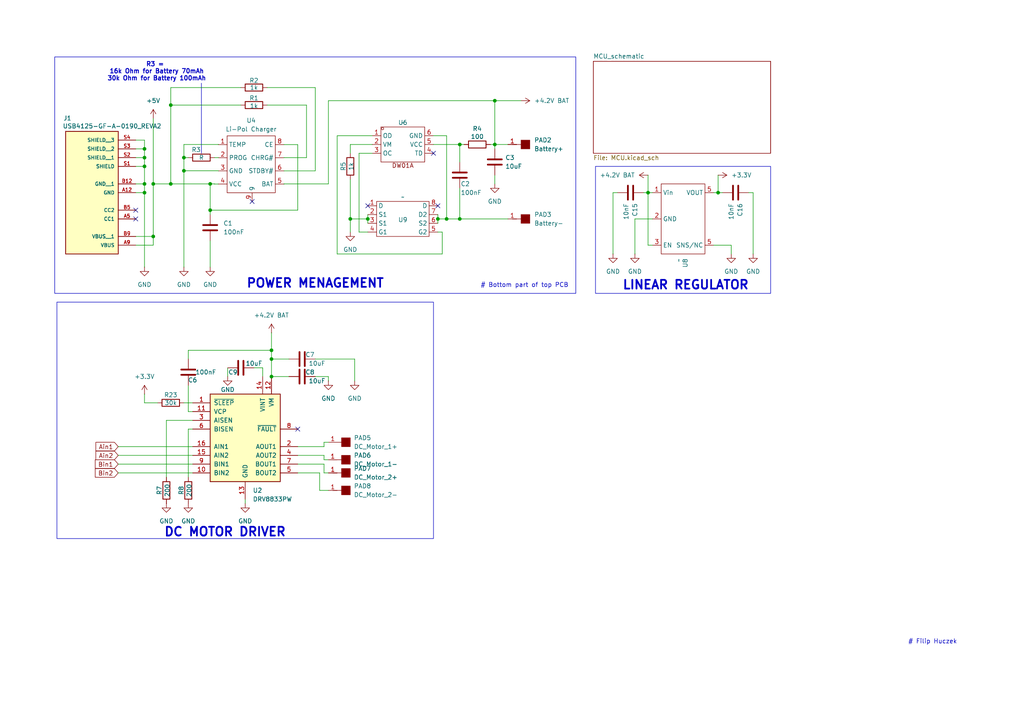
<source format=kicad_sch>
(kicad_sch
	(version 20231120)
	(generator "eeschema")
	(generator_version "8.0")
	(uuid "388bc152-4c1b-45cf-b309-e620dac6884a")
	(paper "A4")
	(lib_symbols
		(symbol "Device:C"
			(pin_numbers hide)
			(pin_names
				(offset 0.254)
			)
			(exclude_from_sim no)
			(in_bom yes)
			(on_board yes)
			(property "Reference" "C"
				(at 0.635 2.54 0)
				(effects
					(font
						(size 1.27 1.27)
					)
					(justify left)
				)
			)
			(property "Value" "C"
				(at 0.635 -2.54 0)
				(effects
					(font
						(size 1.27 1.27)
					)
					(justify left)
				)
			)
			(property "Footprint" ""
				(at 0.9652 -3.81 0)
				(effects
					(font
						(size 1.27 1.27)
					)
					(hide yes)
				)
			)
			(property "Datasheet" "~"
				(at 0 0 0)
				(effects
					(font
						(size 1.27 1.27)
					)
					(hide yes)
				)
			)
			(property "Description" "Unpolarized capacitor"
				(at 0 0 0)
				(effects
					(font
						(size 1.27 1.27)
					)
					(hide yes)
				)
			)
			(property "ki_keywords" "cap capacitor"
				(at 0 0 0)
				(effects
					(font
						(size 1.27 1.27)
					)
					(hide yes)
				)
			)
			(property "ki_fp_filters" "C_*"
				(at 0 0 0)
				(effects
					(font
						(size 1.27 1.27)
					)
					(hide yes)
				)
			)
			(symbol "C_0_1"
				(polyline
					(pts
						(xy -2.032 -0.762) (xy 2.032 -0.762)
					)
					(stroke
						(width 0.508)
						(type default)
					)
					(fill
						(type none)
					)
				)
				(polyline
					(pts
						(xy -2.032 0.762) (xy 2.032 0.762)
					)
					(stroke
						(width 0.508)
						(type default)
					)
					(fill
						(type none)
					)
				)
			)
			(symbol "C_1_1"
				(pin passive line
					(at 0 3.81 270)
					(length 2.794)
					(name "~"
						(effects
							(font
								(size 1.27 1.27)
							)
						)
					)
					(number "1"
						(effects
							(font
								(size 1.27 1.27)
							)
						)
					)
				)
				(pin passive line
					(at 0 -3.81 90)
					(length 2.794)
					(name "~"
						(effects
							(font
								(size 1.27 1.27)
							)
						)
					)
					(number "2"
						(effects
							(font
								(size 1.27 1.27)
							)
						)
					)
				)
			)
		)
		(symbol "Device:R"
			(pin_numbers hide)
			(pin_names
				(offset 0)
			)
			(exclude_from_sim no)
			(in_bom yes)
			(on_board yes)
			(property "Reference" "R"
				(at 2.032 0 90)
				(effects
					(font
						(size 1.27 1.27)
					)
				)
			)
			(property "Value" "R"
				(at 0 0 90)
				(effects
					(font
						(size 1.27 1.27)
					)
				)
			)
			(property "Footprint" ""
				(at -1.778 0 90)
				(effects
					(font
						(size 1.27 1.27)
					)
					(hide yes)
				)
			)
			(property "Datasheet" "~"
				(at 0 0 0)
				(effects
					(font
						(size 1.27 1.27)
					)
					(hide yes)
				)
			)
			(property "Description" "Resistor"
				(at 0 0 0)
				(effects
					(font
						(size 1.27 1.27)
					)
					(hide yes)
				)
			)
			(property "ki_keywords" "R res resistor"
				(at 0 0 0)
				(effects
					(font
						(size 1.27 1.27)
					)
					(hide yes)
				)
			)
			(property "ki_fp_filters" "R_*"
				(at 0 0 0)
				(effects
					(font
						(size 1.27 1.27)
					)
					(hide yes)
				)
			)
			(symbol "R_0_1"
				(rectangle
					(start -1.016 -2.54)
					(end 1.016 2.54)
					(stroke
						(width 0.254)
						(type default)
					)
					(fill
						(type none)
					)
				)
			)
			(symbol "R_1_1"
				(pin passive line
					(at 0 3.81 270)
					(length 1.27)
					(name "~"
						(effects
							(font
								(size 1.27 1.27)
							)
						)
					)
					(number "1"
						(effects
							(font
								(size 1.27 1.27)
							)
						)
					)
				)
				(pin passive line
					(at 0 -3.81 90)
					(length 1.27)
					(name "~"
						(effects
							(font
								(size 1.27 1.27)
							)
						)
					)
					(number "2"
						(effects
							(font
								(size 1.27 1.27)
							)
						)
					)
				)
			)
		)
		(symbol "Driver_Motor:DRV8833PW"
			(pin_names
				(offset 1.016)
			)
			(exclude_from_sim no)
			(in_bom yes)
			(on_board yes)
			(property "Reference" "U"
				(at -3.81 16.51 0)
				(effects
					(font
						(size 1.27 1.27)
					)
				)
			)
			(property "Value" "DRV8833PW"
				(at -3.81 13.97 0)
				(effects
					(font
						(size 1.27 1.27)
					)
				)
			)
			(property "Footprint" "Package_SO:TSSOP-16_4.4x5mm_P0.65mm"
				(at 5.08 -17.78 0)
				(effects
					(font
						(size 1.27 1.27)
					)
					(justify left)
					(hide yes)
				)
			)
			(property "Datasheet" "http://www.ti.com/lit/ds/symlink/drv8833.pdf"
				(at 5.08 -20.32 0)
				(effects
					(font
						(size 1.27 1.27)
					)
					(justify left)
					(hide yes)
				)
			)
			(property "Description" "Dual H-Bridge Motor Driver, TSSOP-16"
				(at 0 0 0)
				(effects
					(font
						(size 1.27 1.27)
					)
					(hide yes)
				)
			)
			(property "ki_keywords" "H-bridge motor driver"
				(at 0 0 0)
				(effects
					(font
						(size 1.27 1.27)
					)
					(hide yes)
				)
			)
			(property "ki_fp_filters" "TSSOP-16*4.4x5mm*P0.65mm*"
				(at 0 0 0)
				(effects
					(font
						(size 1.27 1.27)
					)
					(hide yes)
				)
			)
			(symbol "DRV8833PW_0_1"
				(rectangle
					(start -10.16 12.7)
					(end 10.16 -12.7)
					(stroke
						(width 0.254)
						(type default)
					)
					(fill
						(type background)
					)
				)
			)
			(symbol "DRV8833PW_1_1"
				(pin input line
					(at -15.24 10.16 0)
					(length 5.08)
					(name "~{SLEEP}"
						(effects
							(font
								(size 1.27 1.27)
							)
						)
					)
					(number "1"
						(effects
							(font
								(size 1.27 1.27)
							)
						)
					)
				)
				(pin input line
					(at -15.24 -10.16 0)
					(length 5.08)
					(name "BIN2"
						(effects
							(font
								(size 1.27 1.27)
							)
						)
					)
					(number "10"
						(effects
							(font
								(size 1.27 1.27)
							)
						)
					)
				)
				(pin bidirectional line
					(at -15.24 7.62 0)
					(length 5.08)
					(name "VCP"
						(effects
							(font
								(size 1.27 1.27)
							)
						)
					)
					(number "11"
						(effects
							(font
								(size 1.27 1.27)
							)
						)
					)
				)
				(pin power_in line
					(at 7.62 17.78 270)
					(length 5.08)
					(name "VM"
						(effects
							(font
								(size 1.27 1.27)
							)
						)
					)
					(number "12"
						(effects
							(font
								(size 1.27 1.27)
							)
						)
					)
				)
				(pin power_in line
					(at 0 -17.78 90)
					(length 5.08)
					(name "GND"
						(effects
							(font
								(size 1.27 1.27)
							)
						)
					)
					(number "13"
						(effects
							(font
								(size 1.27 1.27)
							)
						)
					)
				)
				(pin power_in line
					(at 5.08 17.78 270)
					(length 5.08)
					(name "VINT"
						(effects
							(font
								(size 1.27 1.27)
							)
						)
					)
					(number "14"
						(effects
							(font
								(size 1.27 1.27)
							)
						)
					)
				)
				(pin input line
					(at -15.24 -5.08 0)
					(length 5.08)
					(name "AIN2"
						(effects
							(font
								(size 1.27 1.27)
							)
						)
					)
					(number "15"
						(effects
							(font
								(size 1.27 1.27)
							)
						)
					)
				)
				(pin input line
					(at -15.24 -2.54 0)
					(length 5.08)
					(name "AIN1"
						(effects
							(font
								(size 1.27 1.27)
							)
						)
					)
					(number "16"
						(effects
							(font
								(size 1.27 1.27)
							)
						)
					)
				)
				(pin power_out line
					(at 15.24 -2.54 180)
					(length 5.08)
					(name "AOUT1"
						(effects
							(font
								(size 1.27 1.27)
							)
						)
					)
					(number "2"
						(effects
							(font
								(size 1.27 1.27)
							)
						)
					)
				)
				(pin bidirectional line
					(at -15.24 5.08 0)
					(length 5.08)
					(name "AISEN"
						(effects
							(font
								(size 1.27 1.27)
							)
						)
					)
					(number "3"
						(effects
							(font
								(size 1.27 1.27)
							)
						)
					)
				)
				(pin power_out line
					(at 15.24 -5.08 180)
					(length 5.08)
					(name "AOUT2"
						(effects
							(font
								(size 1.27 1.27)
							)
						)
					)
					(number "4"
						(effects
							(font
								(size 1.27 1.27)
							)
						)
					)
				)
				(pin power_out line
					(at 15.24 -10.16 180)
					(length 5.08)
					(name "BOUT2"
						(effects
							(font
								(size 1.27 1.27)
							)
						)
					)
					(number "5"
						(effects
							(font
								(size 1.27 1.27)
							)
						)
					)
				)
				(pin bidirectional line
					(at -15.24 2.54 0)
					(length 5.08)
					(name "BISEN"
						(effects
							(font
								(size 1.27 1.27)
							)
						)
					)
					(number "6"
						(effects
							(font
								(size 1.27 1.27)
							)
						)
					)
				)
				(pin power_out line
					(at 15.24 -7.62 180)
					(length 5.08)
					(name "BOUT1"
						(effects
							(font
								(size 1.27 1.27)
							)
						)
					)
					(number "7"
						(effects
							(font
								(size 1.27 1.27)
							)
						)
					)
				)
				(pin open_collector line
					(at 15.24 2.54 180)
					(length 5.08)
					(name "~{FAULT}"
						(effects
							(font
								(size 1.27 1.27)
							)
						)
					)
					(number "8"
						(effects
							(font
								(size 1.27 1.27)
							)
						)
					)
				)
				(pin input line
					(at -15.24 -7.62 0)
					(length 5.08)
					(name "BIN1"
						(effects
							(font
								(size 1.27 1.27)
							)
						)
					)
					(number "9"
						(effects
							(font
								(size 1.27 1.27)
							)
						)
					)
				)
			)
		)
		(symbol "NM8205A:NM8205A"
			(exclude_from_sim no)
			(in_bom yes)
			(on_board yes)
			(property "Reference" "U"
				(at 0 0 0)
				(effects
					(font
						(size 1.27 1.27)
					)
				)
			)
			(property "Value" ""
				(at 0 0 0)
				(effects
					(font
						(size 1.27 1.27)
					)
				)
			)
			(property "Footprint" ""
				(at 0 0 0)
				(effects
					(font
						(size 1.27 1.27)
					)
					(hide yes)
				)
			)
			(property "Datasheet" ""
				(at 0 0 0)
				(effects
					(font
						(size 1.27 1.27)
					)
					(hide yes)
				)
			)
			(property "Description" ""
				(at 0 0 0)
				(effects
					(font
						(size 1.27 1.27)
					)
					(hide yes)
				)
			)
			(symbol "NM8205A_0_1"
				(rectangle
					(start -7.62 5.08)
					(end 7.62 -5.08)
					(stroke
						(width 0)
						(type default)
					)
					(fill
						(type none)
					)
				)
			)
			(symbol "NM8205A_1_1"
				(pin input line
					(at -10.16 3.81 0)
					(length 2.54)
					(name "D"
						(effects
							(font
								(size 1.27 1.27)
							)
						)
					)
					(number "1"
						(effects
							(font
								(size 1.27 1.27)
							)
						)
					)
				)
				(pin input line
					(at -10.16 1.27 0)
					(length 2.54)
					(name "S1"
						(effects
							(font
								(size 1.27 1.27)
							)
						)
					)
					(number "2"
						(effects
							(font
								(size 1.27 1.27)
							)
						)
					)
				)
				(pin input line
					(at -10.16 -1.27 0)
					(length 2.54)
					(name "S1"
						(effects
							(font
								(size 1.27 1.27)
							)
						)
					)
					(number "3"
						(effects
							(font
								(size 1.27 1.27)
							)
						)
					)
				)
				(pin input line
					(at -10.16 -3.81 0)
					(length 2.54)
					(name "G1"
						(effects
							(font
								(size 1.27 1.27)
							)
						)
					)
					(number "4"
						(effects
							(font
								(size 1.27 1.27)
							)
						)
					)
				)
				(pin input line
					(at 10.16 -3.81 180)
					(length 2.54)
					(name "G2"
						(effects
							(font
								(size 1.27 1.27)
							)
						)
					)
					(number "5"
						(effects
							(font
								(size 1.27 1.27)
							)
						)
					)
				)
				(pin input line
					(at 10.16 -1.27 180)
					(length 2.54)
					(name "S2"
						(effects
							(font
								(size 1.27 1.27)
							)
						)
					)
					(number "6"
						(effects
							(font
								(size 1.27 1.27)
							)
						)
					)
				)
				(pin input line
					(at 10.16 1.27 180)
					(length 2.54)
					(name "D2"
						(effects
							(font
								(size 1.27 1.27)
							)
						)
					)
					(number "7"
						(effects
							(font
								(size 1.27 1.27)
							)
						)
					)
				)
				(pin input line
					(at 10.16 3.81 180)
					(length 2.54)
					(name "D"
						(effects
							(font
								(size 1.27 1.27)
							)
						)
					)
					(number "8"
						(effects
							(font
								(size 1.27 1.27)
							)
						)
					)
				)
			)
		)
		(symbol "NanoSumoLib:DS9078-20_Linear_reg33V"
			(exclude_from_sim no)
			(in_bom yes)
			(on_board yes)
			(property "Reference" "U"
				(at 0 1.016 0)
				(effects
					(font
						(size 1.27 1.27)
					)
				)
			)
			(property "Value" ""
				(at 0 -5.08 0)
				(effects
					(font
						(size 1.27 1.27)
					)
				)
			)
			(property "Footprint" "NanoSumo:DS9078-20"
				(at 0 -5.08 0)
				(effects
					(font
						(size 1.27 1.27)
					)
					(hide yes)
				)
			)
			(property "Datasheet" ""
				(at 0 -5.08 0)
				(effects
					(font
						(size 1.27 1.27)
					)
					(hide yes)
				)
			)
			(property "Description" ""
				(at 0 -5.08 0)
				(effects
					(font
						(size 1.27 1.27)
					)
					(hide yes)
				)
			)
			(symbol "DS9078-20_Linear_reg33V_0_1"
				(rectangle
					(start -10.16 7.62)
					(end 10.16 -5.08)
					(stroke
						(width 0)
						(type default)
					)
					(fill
						(type none)
					)
				)
			)
			(symbol "DS9078-20_Linear_reg33V_1_1"
				(pin input line
					(at -7.62 -7.62 90)
					(length 2.54)
					(name "Vin"
						(effects
							(font
								(size 1.27 1.27)
							)
						)
					)
					(number "1"
						(effects
							(font
								(size 1.27 1.27)
							)
						)
					)
				)
				(pin input line
					(at 0 -7.62 90)
					(length 2.54)
					(name "GND"
						(effects
							(font
								(size 1.27 1.27)
							)
						)
					)
					(number "2"
						(effects
							(font
								(size 1.27 1.27)
							)
						)
					)
				)
				(pin input line
					(at 7.62 -7.62 90)
					(length 2.54)
					(name "EN"
						(effects
							(font
								(size 1.27 1.27)
							)
						)
					)
					(number "3"
						(effects
							(font
								(size 1.27 1.27)
							)
						)
					)
				)
				(pin input line
					(at 7.62 10.16 270)
					(length 2.54)
					(name "SNS/NC"
						(effects
							(font
								(size 1.27 1.27)
							)
						)
					)
					(number "5"
						(effects
							(font
								(size 1.27 1.27)
							)
						)
					)
				)
				(pin input line
					(at -7.62 10.16 270)
					(length 2.54)
					(name "VOUT"
						(effects
							(font
								(size 1.27 1.27)
							)
						)
					)
					(number "5"
						(effects
							(font
								(size 1.27 1.27)
							)
						)
					)
				)
			)
		)
		(symbol "NanoSumoLib:DW01A"
			(exclude_from_sim no)
			(in_bom yes)
			(on_board yes)
			(property "Reference" "U6"
				(at 0 8.89 0)
				(effects
					(font
						(size 1.27 1.27)
					)
				)
			)
			(property "Value" "~"
				(at 0 6.35 0)
				(effects
					(font
						(size 1.27 1.27)
					)
				)
			)
			(property "Footprint" "NanoSumo:DW01A"
				(at 0.254 6.35 0)
				(effects
					(font
						(size 1.27 1.27)
					)
					(hide yes)
				)
			)
			(property "Datasheet" ""
				(at 0 0 0)
				(effects
					(font
						(size 1.27 1.27)
					)
					(hide yes)
				)
			)
			(property "Description" ""
				(at 0 0 0)
				(effects
					(font
						(size 1.27 1.27)
					)
					(hide yes)
				)
			)
			(symbol "DW01A_0_1"
				(rectangle
					(start -6.35 5.08)
					(end 6.35 -5.08)
					(stroke
						(width 0)
						(type default)
					)
					(fill
						(type none)
					)
				)
				(circle
					(center -5.8706 4.6056)
					(radius 0.3283)
					(stroke
						(width 0)
						(type default)
					)
					(fill
						(type none)
					)
				)
			)
			(symbol "DW01A_1_1"
				(text "DW01A"
					(at 0 -6.096 0)
					(effects
						(font
							(size 1.27 1.27)
						)
					)
				)
				(pin input line
					(at -8.89 2.54 0)
					(length 2.54)
					(name "OD"
						(effects
							(font
								(size 1.27 1.27)
							)
						)
					)
					(number "1"
						(effects
							(font
								(size 1.27 1.27)
							)
						)
					)
				)
				(pin input line
					(at -8.89 0 0)
					(length 2.54)
					(name "VM"
						(effects
							(font
								(size 1.27 1.27)
							)
						)
					)
					(number "2"
						(effects
							(font
								(size 1.27 1.27)
							)
						)
					)
				)
				(pin input line
					(at -8.89 -2.54 0)
					(length 2.54)
					(name "OC"
						(effects
							(font
								(size 1.27 1.27)
							)
						)
					)
					(number "3"
						(effects
							(font
								(size 1.27 1.27)
							)
						)
					)
				)
				(pin input line
					(at 8.89 -2.54 180)
					(length 2.54)
					(name "TD"
						(effects
							(font
								(size 1.27 1.27)
							)
						)
					)
					(number "4"
						(effects
							(font
								(size 1.27 1.27)
							)
						)
					)
				)
				(pin input line
					(at 8.89 0 180)
					(length 2.54)
					(name "VCC"
						(effects
							(font
								(size 1.27 1.27)
							)
						)
					)
					(number "5"
						(effects
							(font
								(size 1.27 1.27)
							)
						)
					)
				)
				(pin input line
					(at 8.89 2.54 180)
					(length 2.54)
					(name "GND"
						(effects
							(font
								(size 1.27 1.27)
							)
						)
					)
					(number "6"
						(effects
							(font
								(size 1.27 1.27)
							)
						)
					)
				)
			)
		)
		(symbol "NanoSumoLib:Solder_pad"
			(exclude_from_sim no)
			(in_bom yes)
			(on_board yes)
			(property "Reference" "PAD"
				(at 0 0 0)
				(effects
					(font
						(size 1.27 1.27)
					)
				)
			)
			(property "Value" ""
				(at 0 0 0)
				(effects
					(font
						(size 1.27 1.27)
					)
				)
			)
			(property "Footprint" ""
				(at 0 0 0)
				(effects
					(font
						(size 1.27 1.27)
					)
					(hide yes)
				)
			)
			(property "Datasheet" ""
				(at 0 0 0)
				(effects
					(font
						(size 1.27 1.27)
					)
					(hide yes)
				)
			)
			(property "Description" ""
				(at 0 0 0)
				(effects
					(font
						(size 1.27 1.27)
					)
					(hide yes)
				)
			)
			(symbol "Solder_pad_0_1"
				(polyline
					(pts
						(xy 0 0) (xy -3.81 0)
					)
					(stroke
						(width 0)
						(type default)
					)
					(fill
						(type none)
					)
				)
			)
			(symbol "Solder_pad_1_1"
				(rectangle
					(start -1.27 1.27)
					(end 1.27 -1.27)
					(stroke
						(width 0)
						(type default)
					)
					(fill
						(type outline)
					)
				)
				(pin input line
					(at -5.08 0 0)
					(length 2.54)
					(name ""
						(effects
							(font
								(size 1.27 1.27)
							)
						)
					)
					(number "1"
						(effects
							(font
								(size 1.27 1.27)
							)
						)
					)
				)
			)
		)
		(symbol "NanoSumoLib:TP4056"
			(exclude_from_sim no)
			(in_bom yes)
			(on_board yes)
			(property "Reference" "U"
				(at 0.0028 6.9705 0)
				(effects
					(font
						(size 1.27 1.27)
					)
				)
			)
			(property "Value" "Li-Pol Charger"
				(at -2.1707 -3.198 0)
				(effects
					(font
						(size 1.27 1.27)
					)
				)
			)
			(property "Footprint" "NanoSumo:TP4056"
				(at -2.1707 -3.198 0)
				(effects
					(font
						(size 1.27 1.27)
					)
					(hide yes)
				)
			)
			(property "Datasheet" ""
				(at -2.1707 -3.198 0)
				(effects
					(font
						(size 1.27 1.27)
					)
					(hide yes)
				)
			)
			(property "Description" ""
				(at -2.1707 -3.198 0)
				(effects
					(font
						(size 1.27 1.27)
					)
					(hide yes)
				)
			)
			(symbol "TP4056_0_1"
				(rectangle
					(start -7.2507 -8.278)
					(end 6.7193 8.232)
					(stroke
						(width 0)
						(type default)
					)
					(fill
						(type none)
					)
				)
			)
			(symbol "TP4056_1_1"
				(pin input line
					(at -9.7907 5.692 0)
					(length 2.54)
					(name "TEMP"
						(effects
							(font
								(size 1.27 1.27)
							)
						)
					)
					(number "1"
						(effects
							(font
								(size 1.27 1.27)
							)
						)
					)
				)
				(pin input line
					(at -9.7907 1.882 0)
					(length 2.54)
					(name "PROG"
						(effects
							(font
								(size 1.27 1.27)
							)
						)
					)
					(number "2"
						(effects
							(font
								(size 1.27 1.27)
							)
						)
					)
				)
				(pin input line
					(at -9.7907 -1.928 0)
					(length 2.54)
					(name "GND"
						(effects
							(font
								(size 1.27 1.27)
							)
						)
					)
					(number "3"
						(effects
							(font
								(size 1.27 1.27)
							)
						)
					)
				)
				(pin input line
					(at -9.7907 -5.738 0)
					(length 2.54)
					(name "VCC"
						(effects
							(font
								(size 1.27 1.27)
							)
						)
					)
					(number "4"
						(effects
							(font
								(size 1.27 1.27)
							)
						)
					)
				)
				(pin input line
					(at 9.2593 -5.738 180)
					(length 2.54)
					(name "BAT"
						(effects
							(font
								(size 1.27 1.27)
							)
						)
					)
					(number "5"
						(effects
							(font
								(size 1.27 1.27)
							)
						)
					)
				)
				(pin input line
					(at 9.2593 -1.928 180)
					(length 2.54)
					(name "STDBY#"
						(effects
							(font
								(size 1.27 1.27)
							)
						)
					)
					(number "6"
						(effects
							(font
								(size 1.27 1.27)
							)
						)
					)
				)
				(pin input line
					(at 9.2593 1.882 180)
					(length 2.54)
					(name "CHRG#"
						(effects
							(font
								(size 1.27 1.27)
							)
						)
					)
					(number "7"
						(effects
							(font
								(size 1.27 1.27)
							)
						)
					)
				)
				(pin input line
					(at 9.2593 5.692 180)
					(length 2.54)
					(name "CE"
						(effects
							(font
								(size 1.27 1.27)
							)
						)
					)
					(number "8"
						(effects
							(font
								(size 1.27 1.27)
							)
						)
					)
				)
				(pin input line
					(at 0.0028 -10.8095 90)
					(length 2.54)
					(name "9"
						(effects
							(font
								(size 1.27 1.27)
							)
						)
					)
					(number "9"
						(effects
							(font
								(size 1.27 1.27)
							)
						)
					)
				)
			)
		)
		(symbol "NanoSumoLib:USB4125-GF-A-0190_REVA2"
			(pin_names
				(offset 1.016)
			)
			(exclude_from_sim no)
			(in_bom yes)
			(on_board yes)
			(property "Reference" "J"
				(at -7.62 10.922 0)
				(effects
					(font
						(size 1.27 1.27)
					)
					(justify left bottom)
				)
			)
			(property "Value" "USB4125-GF-A-0190_REVA2"
				(at -7.62 -26.162 0)
				(effects
					(font
						(size 1.27 1.27)
					)
					(justify left top)
				)
			)
			(property "Footprint" "NanoSumo:GCT_USB4125-GF-A-0190_REVA2"
				(at 0 0 0)
				(effects
					(font
						(size 1.27 1.27)
					)
					(justify bottom)
					(hide yes)
				)
			)
			(property "Datasheet" ""
				(at 0 0 0)
				(effects
					(font
						(size 1.27 1.27)
					)
					(hide yes)
				)
			)
			(property "Description" ""
				(at 0 0 0)
				(effects
					(font
						(size 1.27 1.27)
					)
					(hide yes)
				)
			)
			(property "PARTREV" "Rev A2"
				(at 0 0 0)
				(effects
					(font
						(size 1.27 1.27)
					)
					(justify bottom)
					(hide yes)
				)
			)
			(property "MANUFACTURER" "GCT"
				(at 0 0 0)
				(effects
					(font
						(size 1.27 1.27)
					)
					(justify bottom)
					(hide yes)
				)
			)
			(property "MAXIMUM_PACKAGE_HEIGHT" "3.16 mm"
				(at 0 0 0)
				(effects
					(font
						(size 1.27 1.27)
					)
					(justify bottom)
					(hide yes)
				)
			)
			(property "STANDARD" "Manufacturer Recommendations"
				(at 0 0 0)
				(effects
					(font
						(size 1.27 1.27)
					)
					(justify bottom)
					(hide yes)
				)
			)
			(symbol "USB4125-GF-A-0190_REVA2_0_0"
				(rectangle
					(start -7.62 10.16)
					(end 7.62 -25.4)
					(stroke
						(width 0.254)
						(type default)
					)
					(fill
						(type background)
					)
				)
				(pin power_in line
					(at -12.7 -7.62 0)
					(length 5.08)
					(name "GND"
						(effects
							(font
								(size 1.016 1.016)
							)
						)
					)
					(number "A12"
						(effects
							(font
								(size 1.016 1.016)
							)
						)
					)
				)
				(pin bidirectional line
					(at -12.7 0 0)
					(length 5.08)
					(name "CC1"
						(effects
							(font
								(size 1.016 1.016)
							)
						)
					)
					(number "A5"
						(effects
							(font
								(size 1.016 1.016)
							)
						)
					)
				)
				(pin power_in line
					(at -12.7 7.62 0)
					(length 5.08)
					(name "VBUS"
						(effects
							(font
								(size 1.016 1.016)
							)
						)
					)
					(number "A9"
						(effects
							(font
								(size 1.016 1.016)
							)
						)
					)
				)
				(pin power_in line
					(at -12.7 -10.16 0)
					(length 5.08)
					(name "GND__1"
						(effects
							(font
								(size 1.016 1.016)
							)
						)
					)
					(number "B12"
						(effects
							(font
								(size 1.016 1.016)
							)
						)
					)
				)
				(pin bidirectional line
					(at -12.7 -2.54 0)
					(length 5.08)
					(name "CC2"
						(effects
							(font
								(size 1.016 1.016)
							)
						)
					)
					(number "B5"
						(effects
							(font
								(size 1.016 1.016)
							)
						)
					)
				)
				(pin power_in line
					(at -12.7 5.08 0)
					(length 5.08)
					(name "VBUS__1"
						(effects
							(font
								(size 1.016 1.016)
							)
						)
					)
					(number "B9"
						(effects
							(font
								(size 1.016 1.016)
							)
						)
					)
				)
				(pin passive line
					(at -12.7 -15.24 0)
					(length 5.08)
					(name "SHIELD"
						(effects
							(font
								(size 1.016 1.016)
							)
						)
					)
					(number "S1"
						(effects
							(font
								(size 1.016 1.016)
							)
						)
					)
				)
				(pin passive line
					(at -12.7 -17.78 0)
					(length 5.08)
					(name "SHIELD__1"
						(effects
							(font
								(size 1.016 1.016)
							)
						)
					)
					(number "S2"
						(effects
							(font
								(size 1.016 1.016)
							)
						)
					)
				)
				(pin passive line
					(at -12.7 -20.32 0)
					(length 5.08)
					(name "SHIELD__2"
						(effects
							(font
								(size 1.016 1.016)
							)
						)
					)
					(number "S3"
						(effects
							(font
								(size 1.016 1.016)
							)
						)
					)
				)
				(pin passive line
					(at -12.7 -22.86 0)
					(length 5.08)
					(name "SHIELD__3"
						(effects
							(font
								(size 1.016 1.016)
							)
						)
					)
					(number "S4"
						(effects
							(font
								(size 1.016 1.016)
							)
						)
					)
				)
			)
		)
		(symbol "power:+3.3V"
			(power)
			(pin_numbers hide)
			(pin_names
				(offset 0) hide)
			(exclude_from_sim no)
			(in_bom yes)
			(on_board yes)
			(property "Reference" "#PWR"
				(at 0 -3.81 0)
				(effects
					(font
						(size 1.27 1.27)
					)
					(hide yes)
				)
			)
			(property "Value" "+3.3V"
				(at 0 3.556 0)
				(effects
					(font
						(size 1.27 1.27)
					)
				)
			)
			(property "Footprint" ""
				(at 0 0 0)
				(effects
					(font
						(size 1.27 1.27)
					)
					(hide yes)
				)
			)
			(property "Datasheet" ""
				(at 0 0 0)
				(effects
					(font
						(size 1.27 1.27)
					)
					(hide yes)
				)
			)
			(property "Description" "Power symbol creates a global label with name \"+3.3V\""
				(at 0 0 0)
				(effects
					(font
						(size 1.27 1.27)
					)
					(hide yes)
				)
			)
			(property "ki_keywords" "global power"
				(at 0 0 0)
				(effects
					(font
						(size 1.27 1.27)
					)
					(hide yes)
				)
			)
			(symbol "+3.3V_0_1"
				(polyline
					(pts
						(xy -0.762 1.27) (xy 0 2.54)
					)
					(stroke
						(width 0)
						(type default)
					)
					(fill
						(type none)
					)
				)
				(polyline
					(pts
						(xy 0 0) (xy 0 2.54)
					)
					(stroke
						(width 0)
						(type default)
					)
					(fill
						(type none)
					)
				)
				(polyline
					(pts
						(xy 0 2.54) (xy 0.762 1.27)
					)
					(stroke
						(width 0)
						(type default)
					)
					(fill
						(type none)
					)
				)
			)
			(symbol "+3.3V_1_1"
				(pin power_in line
					(at 0 0 90)
					(length 0)
					(name "~"
						(effects
							(font
								(size 1.27 1.27)
							)
						)
					)
					(number "1"
						(effects
							(font
								(size 1.27 1.27)
							)
						)
					)
				)
			)
		)
		(symbol "power:+5V"
			(power)
			(pin_numbers hide)
			(pin_names
				(offset 0) hide)
			(exclude_from_sim no)
			(in_bom yes)
			(on_board yes)
			(property "Reference" "#PWR"
				(at 0 -3.81 0)
				(effects
					(font
						(size 1.27 1.27)
					)
					(hide yes)
				)
			)
			(property "Value" "+5V"
				(at 0 3.556 0)
				(effects
					(font
						(size 1.27 1.27)
					)
				)
			)
			(property "Footprint" ""
				(at 0 0 0)
				(effects
					(font
						(size 1.27 1.27)
					)
					(hide yes)
				)
			)
			(property "Datasheet" ""
				(at 0 0 0)
				(effects
					(font
						(size 1.27 1.27)
					)
					(hide yes)
				)
			)
			(property "Description" "Power symbol creates a global label with name \"+5V\""
				(at 0 0 0)
				(effects
					(font
						(size 1.27 1.27)
					)
					(hide yes)
				)
			)
			(property "ki_keywords" "global power"
				(at 0 0 0)
				(effects
					(font
						(size 1.27 1.27)
					)
					(hide yes)
				)
			)
			(symbol "+5V_0_1"
				(polyline
					(pts
						(xy -0.762 1.27) (xy 0 2.54)
					)
					(stroke
						(width 0)
						(type default)
					)
					(fill
						(type none)
					)
				)
				(polyline
					(pts
						(xy 0 0) (xy 0 2.54)
					)
					(stroke
						(width 0)
						(type default)
					)
					(fill
						(type none)
					)
				)
				(polyline
					(pts
						(xy 0 2.54) (xy 0.762 1.27)
					)
					(stroke
						(width 0)
						(type default)
					)
					(fill
						(type none)
					)
				)
			)
			(symbol "+5V_1_1"
				(pin power_in line
					(at 0 0 90)
					(length 0)
					(name "~"
						(effects
							(font
								(size 1.27 1.27)
							)
						)
					)
					(number "1"
						(effects
							(font
								(size 1.27 1.27)
							)
						)
					)
				)
			)
		)
		(symbol "power:GND"
			(power)
			(pin_numbers hide)
			(pin_names
				(offset 0) hide)
			(exclude_from_sim no)
			(in_bom yes)
			(on_board yes)
			(property "Reference" "#PWR"
				(at 0 -6.35 0)
				(effects
					(font
						(size 1.27 1.27)
					)
					(hide yes)
				)
			)
			(property "Value" "GND"
				(at 0 -3.81 0)
				(effects
					(font
						(size 1.27 1.27)
					)
				)
			)
			(property "Footprint" ""
				(at 0 0 0)
				(effects
					(font
						(size 1.27 1.27)
					)
					(hide yes)
				)
			)
			(property "Datasheet" ""
				(at 0 0 0)
				(effects
					(font
						(size 1.27 1.27)
					)
					(hide yes)
				)
			)
			(property "Description" "Power symbol creates a global label with name \"GND\" , ground"
				(at 0 0 0)
				(effects
					(font
						(size 1.27 1.27)
					)
					(hide yes)
				)
			)
			(property "ki_keywords" "global power"
				(at 0 0 0)
				(effects
					(font
						(size 1.27 1.27)
					)
					(hide yes)
				)
			)
			(symbol "GND_0_1"
				(polyline
					(pts
						(xy 0 0) (xy 0 -1.27) (xy 1.27 -1.27) (xy 0 -2.54) (xy -1.27 -1.27) (xy 0 -1.27)
					)
					(stroke
						(width 0)
						(type default)
					)
					(fill
						(type none)
					)
				)
			)
			(symbol "GND_1_1"
				(pin power_in line
					(at 0 0 270)
					(length 0)
					(name "~"
						(effects
							(font
								(size 1.27 1.27)
							)
						)
					)
					(number "1"
						(effects
							(font
								(size 1.27 1.27)
							)
						)
					)
				)
			)
		)
	)
	(junction
		(at 143.51 29.21)
		(diameter 0)
		(color 0 0 0 0)
		(uuid "09c89eea-7ab1-4223-bb2f-e99591a7bb17")
	)
	(junction
		(at 60.96 60.96)
		(diameter 0)
		(color 0 0 0 0)
		(uuid "0d2aa6b0-1b7f-4bd2-8d41-ee632048af29")
	)
	(junction
		(at 41.91 48.26)
		(diameter 0)
		(color 0 0 0 0)
		(uuid "110ac46b-8e19-406b-acf8-d05b010a6943")
	)
	(junction
		(at 143.51 41.91)
		(diameter 0)
		(color 0 0 0 0)
		(uuid "43e1c953-cd23-479b-ad7b-f703058facc2")
	)
	(junction
		(at 53.34 49.53)
		(diameter 0)
		(color 0 0 0 0)
		(uuid "4e9b595a-6e31-4f04-897a-d00b39df85ec")
	)
	(junction
		(at 41.91 45.72)
		(diameter 0)
		(color 0 0 0 0)
		(uuid "4ec42e2f-7897-4aa5-8376-92933f25b489")
	)
	(junction
		(at 44.45 53.34)
		(diameter 0)
		(color 0 0 0 0)
		(uuid "6063751d-6b26-48de-8617-cf5042e8e5ef")
	)
	(junction
		(at 78.74 104.14)
		(diameter 0)
		(color 0 0 0 0)
		(uuid "6471d4fd-d3be-44d0-ad2a-8615c56fd9e0")
	)
	(junction
		(at 44.45 68.58)
		(diameter 0)
		(color 0 0 0 0)
		(uuid "68c31e74-8229-4a0d-9a60-7aa12cfc9ffa")
	)
	(junction
		(at 49.53 30.48)
		(diameter 0)
		(color 0 0 0 0)
		(uuid "68e78fc2-3863-46e3-90f2-8a1450387d72")
	)
	(junction
		(at 41.91 55.88)
		(diameter 0)
		(color 0 0 0 0)
		(uuid "6d8d987d-8e63-4328-aeb9-af7fc95a7554")
	)
	(junction
		(at 60.96 53.34)
		(diameter 0)
		(color 0 0 0 0)
		(uuid "6f6c79a6-b999-4f17-b1de-f9ff1909b5eb")
	)
	(junction
		(at 78.74 101.6)
		(diameter 0)
		(color 0 0 0 0)
		(uuid "75ad1bd7-a1ff-4a2b-a6e2-454f355fccaf")
	)
	(junction
		(at 208.28 55.88)
		(diameter 0)
		(color 0 0 0 0)
		(uuid "7787ab01-3543-4293-9213-94a7e66c4787")
	)
	(junction
		(at 127 63.5)
		(diameter 0)
		(color 0 0 0 0)
		(uuid "7b834cb1-c3a9-46e5-9f32-18c857aeafc0")
	)
	(junction
		(at 49.53 53.34)
		(diameter 0)
		(color 0 0 0 0)
		(uuid "872e8aab-b389-4515-9c48-1e352093bbd8")
	)
	(junction
		(at 101.6 63.5)
		(diameter 0)
		(color 0 0 0 0)
		(uuid "87f83d47-4d05-4e64-ab80-3dc130e99d6d")
	)
	(junction
		(at 41.91 43.18)
		(diameter 0)
		(color 0 0 0 0)
		(uuid "983043be-3727-4096-b577-cf204e627baa")
	)
	(junction
		(at 129.54 63.5)
		(diameter 0)
		(color 0 0 0 0)
		(uuid "b26c9af5-a110-4034-acee-0b91b35c67e4")
	)
	(junction
		(at 78.74 109.22)
		(diameter 0)
		(color 0 0 0 0)
		(uuid "b59cc218-373b-42be-a054-dcc7ca924cd4")
	)
	(junction
		(at 53.34 45.72)
		(diameter 0)
		(color 0 0 0 0)
		(uuid "c214ca35-39f6-4fe9-b0d2-a3efc273bfa7")
	)
	(junction
		(at 106.68 63.5)
		(diameter 0)
		(color 0 0 0 0)
		(uuid "d051b876-d0db-4101-a54a-01943fcb958d")
	)
	(junction
		(at 133.35 63.5)
		(diameter 0)
		(color 0 0 0 0)
		(uuid "e84a6f10-eba9-4852-8327-881bb24ffe24")
	)
	(junction
		(at 133.35 41.91)
		(diameter 0)
		(color 0 0 0 0)
		(uuid "e94af2a1-c9cc-4ffa-a2ea-d0611ded4dc7")
	)
	(junction
		(at 41.91 53.34)
		(diameter 0)
		(color 0 0 0 0)
		(uuid "f58d53e3-02cb-4827-b050-8276b70b06f1")
	)
	(junction
		(at 187.96 55.88)
		(diameter 0)
		(color 0 0 0 0)
		(uuid "ff9308fb-cb22-42f9-bdde-dfa85525c858")
	)
	(no_connect
		(at 73.1244 58.4452)
		(uuid "2bbe1ae4-4190-4aae-bf1e-4890ffefcd23")
	)
	(no_connect
		(at 39.37 63.5)
		(uuid "38c6d20d-cdfd-413b-820c-16933fdd5e91")
	)
	(no_connect
		(at 106.68 59.69)
		(uuid "415e280e-bd85-4109-9f86-659ab3e44fd2")
	)
	(no_connect
		(at 39.37 60.96)
		(uuid "774db4c2-0e5e-4c44-9b6e-02b430b436db")
	)
	(no_connect
		(at 127 59.69)
		(uuid "9df1401f-035a-43a3-aeea-b30a72f0c254")
	)
	(no_connect
		(at 125.73 44.45)
		(uuid "aad51b3c-ac3f-418d-96f8-c589e13027bc")
	)
	(no_connect
		(at 86.36 124.46)
		(uuid "bf94f67e-2805-4c84-8ce5-38d337ed2cf7")
	)
	(wire
		(pts
			(xy 66.04 109.22) (xy 66.04 106.68)
		)
		(stroke
			(width 0)
			(type default)
		)
		(uuid "021ab3bf-1a16-45d1-8da0-c130451a684d")
	)
	(wire
		(pts
			(xy 49.53 25.4) (xy 69.85 25.4)
		)
		(stroke
			(width 0)
			(type default)
		)
		(uuid "027563df-6364-47bd-9ed5-a36977e8b862")
	)
	(wire
		(pts
			(xy 187.96 55.88) (xy 189.23 55.88)
		)
		(stroke
			(width 0)
			(type default)
		)
		(uuid "02e9448a-2d25-4cdb-a930-ffea401eeb53")
	)
	(wire
		(pts
			(xy 49.53 30.48) (xy 49.53 53.34)
		)
		(stroke
			(width 0)
			(type default)
		)
		(uuid "0425a4d6-654f-482e-9ff4-ef166c1b36ae")
	)
	(wire
		(pts
			(xy 218.44 73.66) (xy 218.44 55.88)
		)
		(stroke
			(width 0)
			(type default)
		)
		(uuid "05d11fc0-c339-4fd0-897a-3a76c7a7791c")
	)
	(wire
		(pts
			(xy 95.25 53.34) (xy 95.25 29.21)
		)
		(stroke
			(width 0)
			(type default)
		)
		(uuid "07a107dc-3627-4ff9-af36-b8c369483b01")
	)
	(wire
		(pts
			(xy 93.98 137.16) (xy 95.25 137.16)
		)
		(stroke
			(width 0)
			(type default)
		)
		(uuid "09fbb7e2-248c-4ef8-888e-164a58adfd1a")
	)
	(wire
		(pts
			(xy 143.51 29.21) (xy 143.51 41.91)
		)
		(stroke
			(width 0)
			(type default)
		)
		(uuid "0a1c7500-5a71-4908-b635-dcf49309f807")
	)
	(wire
		(pts
			(xy 86.36 129.54) (xy 93.98 129.54)
		)
		(stroke
			(width 0)
			(type default)
		)
		(uuid "0f14ac46-8c7f-4adf-b248-dcb7c537ce0b")
	)
	(wire
		(pts
			(xy 41.91 114.3) (xy 41.91 116.84)
		)
		(stroke
			(width 0)
			(type default)
		)
		(uuid "1007c8d4-5ddc-4c70-a2c7-58897f69fcf7")
	)
	(wire
		(pts
			(xy 78.74 104.14) (xy 83.82 104.14)
		)
		(stroke
			(width 0)
			(type default)
		)
		(uuid "11a73184-f584-4846-b866-203b3218638d")
	)
	(wire
		(pts
			(xy 208.28 55.88) (xy 209.55 55.88)
		)
		(stroke
			(width 0)
			(type default)
		)
		(uuid "11bc41cd-4708-4b2e-93b9-1cb11ef50071")
	)
	(wire
		(pts
			(xy 93.98 132.08) (xy 86.36 132.08)
		)
		(stroke
			(width 0)
			(type default)
		)
		(uuid "128237db-14f4-400f-aca8-25ab492d4baa")
	)
	(wire
		(pts
			(xy 53.34 49.53) (xy 53.34 77.47)
		)
		(stroke
			(width 0)
			(type default)
		)
		(uuid "14a55a6c-b22c-46c6-a802-a3a9f463df7f")
	)
	(wire
		(pts
			(xy 34.29 137.16) (xy 55.88 137.16)
		)
		(stroke
			(width 0)
			(type default)
		)
		(uuid "16b2ed73-3675-4fbe-9776-cdc47ad0c9b2")
	)
	(wire
		(pts
			(xy 62.23 53.3737) (xy 63.3309 53.3737)
		)
		(stroke
			(width 0)
			(type default)
		)
		(uuid "172f66ec-3e82-4c80-a791-eef6e8cf93f3")
	)
	(wire
		(pts
			(xy 88.9 45.72) (xy 82.3809 45.72)
		)
		(stroke
			(width 0)
			(type default)
		)
		(uuid "17846b5e-6236-4263-b51b-048b9631dd76")
	)
	(wire
		(pts
			(xy 63.3309 49.53) (xy 63.3309 49.5637)
		)
		(stroke
			(width 0)
			(type default)
		)
		(uuid "1b694d6a-db8f-46fe-9976-3b5e5e062145")
	)
	(wire
		(pts
			(xy 93.98 133.35) (xy 93.98 132.08)
		)
		(stroke
			(width 0)
			(type default)
		)
		(uuid "1d202a91-90a8-4677-8106-ccfab74cf0f1")
	)
	(wire
		(pts
			(xy 41.91 116.84) (xy 45.72 116.84)
		)
		(stroke
			(width 0)
			(type default)
		)
		(uuid "1d9f394a-7d16-4b84-80ce-015a645da25d")
	)
	(wire
		(pts
			(xy 133.35 46.99) (xy 133.35 41.91)
		)
		(stroke
			(width 0)
			(type default)
		)
		(uuid "1fdefceb-79c2-486a-b2e8-bf79d1b96004")
	)
	(wire
		(pts
			(xy 184.15 63.5) (xy 184.15 73.66)
		)
		(stroke
			(width 0)
			(type default)
		)
		(uuid "1ffdde14-71c5-4716-abce-eeea7dafeff2")
	)
	(wire
		(pts
			(xy 78.74 101.6) (xy 78.74 104.14)
		)
		(stroke
			(width 0)
			(type default)
		)
		(uuid "216bafaf-2532-4ea0-b43a-da11ab094345")
	)
	(wire
		(pts
			(xy 208.28 55.88) (xy 208.28 50.8)
		)
		(stroke
			(width 0)
			(type default)
		)
		(uuid "21a3c519-2a3b-4f0b-8b5e-96dd3299b3f5")
	)
	(wire
		(pts
			(xy 54.61 111.76) (xy 54.61 119.38)
		)
		(stroke
			(width 0)
			(type default)
		)
		(uuid "22597fcd-9c33-4281-8612-1423a605a7e0")
	)
	(wire
		(pts
			(xy 92.71 137.16) (xy 92.71 142.24)
		)
		(stroke
			(width 0)
			(type default)
		)
		(uuid "26179e3b-589b-4a6c-b602-553b613a30e8")
	)
	(wire
		(pts
			(xy 104.14 44.45) (xy 107.95 44.45)
		)
		(stroke
			(width 0)
			(type default)
		)
		(uuid "27b646e9-c737-4a0b-ab52-a0ceb5b45635")
	)
	(wire
		(pts
			(xy 179.07 55.88) (xy 177.8 55.88)
		)
		(stroke
			(width 0)
			(type default)
		)
		(uuid "28a06fe2-e7ee-4639-8a4b-dc89b1648159")
	)
	(wire
		(pts
			(xy 106.68 63.5) (xy 106.68 64.77)
		)
		(stroke
			(width 0)
			(type default)
		)
		(uuid "2a4c2e19-e88c-43fe-8500-f6fb8e2f5919")
	)
	(wire
		(pts
			(xy 41.91 48.26) (xy 41.91 53.34)
		)
		(stroke
			(width 0)
			(type default)
		)
		(uuid "2c62e118-3f49-4cc2-a818-6e1bb83154c3")
	)
	(wire
		(pts
			(xy 76.2 106.68) (xy 76.2 109.22)
		)
		(stroke
			(width 0)
			(type default)
		)
		(uuid "2cbb880a-7a6d-4be7-bfef-b8175782aaa9")
	)
	(wire
		(pts
			(xy 212.09 73.66) (xy 212.09 71.12)
		)
		(stroke
			(width 0)
			(type default)
		)
		(uuid "2e7e2348-3ad7-4273-ab74-696b81568137")
	)
	(wire
		(pts
			(xy 82.3809 45.72) (xy 82.3809 45.7537)
		)
		(stroke
			(width 0)
			(type default)
		)
		(uuid "2eabf9e3-181d-4827-9243-5c3b4226315b")
	)
	(wire
		(pts
			(xy 54.61 101.6) (xy 54.61 104.14)
		)
		(stroke
			(width 0)
			(type default)
		)
		(uuid "2ecad2c5-41fa-4795-a137-a3d62b224791")
	)
	(wire
		(pts
			(xy 101.6 41.91) (xy 101.6 44.45)
		)
		(stroke
			(width 0)
			(type default)
		)
		(uuid "31d69c6a-d246-40a7-a970-b262567af2f7")
	)
	(wire
		(pts
			(xy 54.61 45.72) (xy 53.34 45.72)
		)
		(stroke
			(width 0)
			(type default)
		)
		(uuid "398f4ae6-e773-4e82-ace5-767dffed3b5a")
	)
	(wire
		(pts
			(xy 86.36 134.62) (xy 93.98 134.62)
		)
		(stroke
			(width 0)
			(type default)
		)
		(uuid "3beaf98d-e573-4997-b149-03555fd4610d")
	)
	(wire
		(pts
			(xy 142.24 41.91) (xy 143.51 41.91)
		)
		(stroke
			(width 0)
			(type default)
		)
		(uuid "3e12eb01-e3b6-4977-9065-9ba8b5e3b176")
	)
	(wire
		(pts
			(xy 48.26 121.92) (xy 48.26 138.43)
		)
		(stroke
			(width 0)
			(type default)
		)
		(uuid "3e616bfc-4696-4b3c-a92a-190fe347fa8d")
	)
	(wire
		(pts
			(xy 127 63.5) (xy 129.54 63.5)
		)
		(stroke
			(width 0)
			(type default)
		)
		(uuid "40818dd7-48db-4cc4-b502-96faea5b0a82")
	)
	(wire
		(pts
			(xy 39.37 55.88) (xy 41.91 55.88)
		)
		(stroke
			(width 0)
			(type default)
		)
		(uuid "41a9827e-b35e-4fa2-b750-fa122da3562d")
	)
	(wire
		(pts
			(xy 44.45 34.29) (xy 44.45 53.34)
		)
		(stroke
			(width 0)
			(type default)
		)
		(uuid "41bd595d-ed2e-4ca2-b101-54f74370b1d8")
	)
	(wire
		(pts
			(xy 55.88 121.92) (xy 48.26 121.92)
		)
		(stroke
			(width 0)
			(type default)
		)
		(uuid "43321b64-cc8f-4f94-831e-dfb7e4cb2b0b")
	)
	(wire
		(pts
			(xy 82.3809 53.34) (xy 95.25 53.34)
		)
		(stroke
			(width 0)
			(type default)
		)
		(uuid "43b2cdc3-a6ae-480e-99f4-0ce53a081932")
	)
	(wire
		(pts
			(xy 55.88 124.46) (xy 54.61 124.46)
		)
		(stroke
			(width 0)
			(type default)
		)
		(uuid "45cce33d-0169-4411-9184-ff96adbf3aa3")
	)
	(wire
		(pts
			(xy 127 62.23) (xy 127 63.5)
		)
		(stroke
			(width 0)
			(type default)
		)
		(uuid "4671a818-4835-43cc-9757-f49ee21d70f5")
	)
	(wire
		(pts
			(xy 133.35 41.91) (xy 134.62 41.91)
		)
		(stroke
			(width 0)
			(type default)
		)
		(uuid "46d7d793-ece7-4211-b94c-6e85e2904cdd")
	)
	(wire
		(pts
			(xy 86.36 60.96) (xy 86.36 41.9437)
		)
		(stroke
			(width 0)
			(type default)
		)
		(uuid "483a2116-9442-4736-a39a-8f8bc5d9f556")
	)
	(wire
		(pts
			(xy 39.37 40.64) (xy 41.91 40.64)
		)
		(stroke
			(width 0)
			(type default)
		)
		(uuid "4968032b-7c9e-4191-8bb5-2ffedd1c9324")
	)
	(wire
		(pts
			(xy 95.25 29.21) (xy 143.51 29.21)
		)
		(stroke
			(width 0)
			(type default)
		)
		(uuid "4cdc4912-bb2c-49a9-834d-ff110564323c")
	)
	(wire
		(pts
			(xy 107.95 39.37) (xy 97.79 39.37)
		)
		(stroke
			(width 0)
			(type default)
		)
		(uuid "5039526a-b261-45a2-9909-05fddaef7a87")
	)
	(wire
		(pts
			(xy 125.73 41.91) (xy 133.35 41.91)
		)
		(stroke
			(width 0)
			(type default)
		)
		(uuid "51ba7c4b-b111-4f3f-87e3-f52e31ea482d")
	)
	(wire
		(pts
			(xy 60.96 53.34) (xy 60.96 60.96)
		)
		(stroke
			(width 0)
			(type default)
		)
		(uuid "51e93814-c7c3-4484-a0ac-68943d0279fa")
	)
	(wire
		(pts
			(xy 77.47 25.4) (xy 91.44 25.4)
		)
		(stroke
			(width 0)
			(type default)
		)
		(uuid "5229595f-fcc3-412f-ac12-32f7124458b2")
	)
	(wire
		(pts
			(xy 60.96 60.96) (xy 60.96 62.23)
		)
		(stroke
			(width 0)
			(type default)
		)
		(uuid "522bc29f-93df-4736-a447-86de5a5956cf")
	)
	(wire
		(pts
			(xy 41.91 53.34) (xy 41.91 55.88)
		)
		(stroke
			(width 0)
			(type default)
		)
		(uuid "56f99a41-9efc-4290-aafb-1cd538c0459e")
	)
	(wire
		(pts
			(xy 91.44 49.5637) (xy 82.3809 49.5637)
		)
		(stroke
			(width 0)
			(type default)
		)
		(uuid "57e19efc-9ebd-436a-ae20-305bf2ef8e0a")
	)
	(wire
		(pts
			(xy 143.51 50.8) (xy 143.51 53.34)
		)
		(stroke
			(width 0)
			(type default)
		)
		(uuid "58590fb7-130b-457a-b62c-9f3510f36086")
	)
	(wire
		(pts
			(xy 104.14 44.45) (xy 104.14 67.31)
		)
		(stroke
			(width 0)
			(type default)
		)
		(uuid "58d17f6e-aa91-4125-844e-f63d308603f3")
	)
	(wire
		(pts
			(xy 39.37 45.72) (xy 41.91 45.72)
		)
		(stroke
			(width 0)
			(type default)
		)
		(uuid "5bad1013-2e44-48cc-8575-0207687db52e")
	)
	(wire
		(pts
			(xy 128.27 73.66) (xy 128.27 67.31)
		)
		(stroke
			(width 0)
			(type default)
		)
		(uuid "5c2db39e-c379-4e21-b40c-04700a19981a")
	)
	(wire
		(pts
			(xy 177.8 55.88) (xy 177.8 73.66)
		)
		(stroke
			(width 0)
			(type default)
		)
		(uuid "5cb0540a-f0a0-4738-bfad-203ebd027575")
	)
	(wire
		(pts
			(xy 86.36 41.9437) (xy 82.3809 41.9437)
		)
		(stroke
			(width 0)
			(type default)
		)
		(uuid "5ef8e0f8-4137-4547-b21a-b07b0b7c6db2")
	)
	(wire
		(pts
			(xy 34.29 134.62) (xy 55.88 134.62)
		)
		(stroke
			(width 0)
			(type default)
		)
		(uuid "60f87cc8-e009-4fbb-83b2-2b7796c12754")
	)
	(wire
		(pts
			(xy 101.6 63.5) (xy 101.6 67.31)
		)
		(stroke
			(width 0)
			(type default)
		)
		(uuid "612dfb28-4e69-4b3e-9d0d-7f763b526c53")
	)
	(wire
		(pts
			(xy 76.2 106.68) (xy 73.66 106.68)
		)
		(stroke
			(width 0)
			(type default)
		)
		(uuid "637ab985-d6f8-4bd8-9e15-6241546d9f7b")
	)
	(wire
		(pts
			(xy 127 63.5) (xy 127 64.77)
		)
		(stroke
			(width 0)
			(type default)
		)
		(uuid "63f72a38-c9ba-439c-b3d4-f1cb78e3178b")
	)
	(wire
		(pts
			(xy 93.98 133.35) (xy 95.25 133.35)
		)
		(stroke
			(width 0)
			(type default)
		)
		(uuid "6ccfc25a-af2e-451d-a8df-a1d5eb090cb3")
	)
	(wire
		(pts
			(xy 189.23 71.12) (xy 187.96 71.12)
		)
		(stroke
			(width 0)
			(type default)
		)
		(uuid "6d5eaa01-ed38-4922-80fe-959f32f3160b")
	)
	(wire
		(pts
			(xy 93.98 134.62) (xy 93.98 137.16)
		)
		(stroke
			(width 0)
			(type default)
		)
		(uuid "6e538e2d-94c1-4440-9eb7-94b8d64f1149")
	)
	(wire
		(pts
			(xy 77.47 30.48) (xy 88.9 30.48)
		)
		(stroke
			(width 0)
			(type default)
		)
		(uuid "6f10b477-e676-4a13-aed2-718a83b63fb9")
	)
	(wire
		(pts
			(xy 34.29 129.54) (xy 55.88 129.54)
		)
		(stroke
			(width 0)
			(type default)
		)
		(uuid "70334ad7-b340-480e-99ce-4f397e74bc39")
	)
	(wire
		(pts
			(xy 41.91 45.72) (xy 41.91 48.26)
		)
		(stroke
			(width 0)
			(type default)
		)
		(uuid "70e38155-7cc9-46af-8dbb-13aee7ffcb87")
	)
	(wire
		(pts
			(xy 143.51 41.91) (xy 143.51 43.18)
		)
		(stroke
			(width 0)
			(type default)
		)
		(uuid "71cbe0f4-5ce5-49c2-a0f2-03a31a2466b6")
	)
	(wire
		(pts
			(xy 53.34 49.53) (xy 63.3309 49.53)
		)
		(stroke
			(width 0)
			(type default)
		)
		(uuid "72724d0f-f1e6-4c91-a5c1-b2abbdcdce50")
	)
	(wire
		(pts
			(xy 55.88 116.84) (xy 53.34 116.84)
		)
		(stroke
			(width 0)
			(type default)
		)
		(uuid "73a6eaed-f46a-424b-9d07-fde6f041a8c1")
	)
	(wire
		(pts
			(xy 60.96 60.96) (xy 86.36 60.96)
		)
		(stroke
			(width 0)
			(type default)
		)
		(uuid "73c72cb9-cdf4-4264-b303-f2748a729137")
	)
	(wire
		(pts
			(xy 82.3809 53.34) (xy 82.3809 53.3737)
		)
		(stroke
			(width 0)
			(type default)
		)
		(uuid "74d78853-d377-4428-b1dc-a2eee753fef0")
	)
	(wire
		(pts
			(xy 93.98 128.27) (xy 95.25 128.27)
		)
		(stroke
			(width 0)
			(type default)
		)
		(uuid "7515bcef-2a68-4a8a-8fd7-cef8983189f1")
	)
	(wire
		(pts
			(xy 95.25 109.22) (xy 95.25 110.49)
		)
		(stroke
			(width 0)
			(type default)
		)
		(uuid "7f68f0a3-dae6-4764-85e9-6ede6498d472")
	)
	(wire
		(pts
			(xy 39.37 48.26) (xy 41.91 48.26)
		)
		(stroke
			(width 0)
			(type default)
		)
		(uuid "807e4629-0c4d-4623-b537-331aff5a5d7a")
	)
	(wire
		(pts
			(xy 62.23 53.34) (xy 62.23 53.3737)
		)
		(stroke
			(width 0)
			(type default)
		)
		(uuid "82eecaf4-fe9e-4abd-aff5-79a7d4c6b448")
	)
	(wire
		(pts
			(xy 101.6 52.07) (xy 101.6 63.5)
		)
		(stroke
			(width 0)
			(type default)
		)
		(uuid "83c1cfe7-b864-45ab-a65d-7e4e5746a57c")
	)
	(wire
		(pts
			(xy 39.37 53.34) (xy 41.91 53.34)
		)
		(stroke
			(width 0)
			(type default)
		)
		(uuid "84a4cb55-7add-4581-b685-3e265374f9f8")
	)
	(wire
		(pts
			(xy 49.53 53.34) (xy 60.96 53.34)
		)
		(stroke
			(width 0)
			(type default)
		)
		(uuid "87ae53e0-29e4-4957-932c-863367207486")
	)
	(wire
		(pts
			(xy 102.87 104.14) (xy 102.87 110.49)
		)
		(stroke
			(width 0)
			(type default)
		)
		(uuid "8ddbcc05-0309-413a-b9d1-f10be323a1e0")
	)
	(wire
		(pts
			(xy 101.6 63.5) (xy 106.68 63.5)
		)
		(stroke
			(width 0)
			(type default)
		)
		(uuid "8e2df83b-d2a1-4a53-a925-28106feea9ee")
	)
	(wire
		(pts
			(xy 133.35 54.61) (xy 133.35 63.5)
		)
		(stroke
			(width 0)
			(type default)
		)
		(uuid "90b6b30d-7620-41a1-b102-92ab9b6a4362")
	)
	(wire
		(pts
			(xy 129.54 39.37) (xy 129.54 63.5)
		)
		(stroke
			(width 0)
			(type default)
		)
		(uuid "91061dca-faf4-4e4d-9ee2-726b7b8eadc7")
	)
	(polyline
		(pts
			(xy 58.42 24.13) (xy 58.42 44.45)
		)
		(stroke
			(width 0)
			(type default)
		)
		(uuid "93e9d9bc-b24c-4484-a41f-b0feb2d2d2ed")
	)
	(wire
		(pts
			(xy 39.37 71.12) (xy 44.45 71.12)
		)
		(stroke
			(width 0)
			(type default)
		)
		(uuid "947b6aed-bfb6-4edc-8380-6602730dfbcc")
	)
	(wire
		(pts
			(xy 78.74 96.52) (xy 78.74 101.6)
		)
		(stroke
			(width 0)
			(type default)
		)
		(uuid "975f258a-b0a3-4dbf-a0c0-5528a9503cda")
	)
	(wire
		(pts
			(xy 189.23 63.5) (xy 184.15 63.5)
		)
		(stroke
			(width 0)
			(type default)
		)
		(uuid "9760e46b-cea7-49f2-a931-bc9d2388b169")
	)
	(wire
		(pts
			(xy 187.96 55.88) (xy 187.96 50.8)
		)
		(stroke
			(width 0)
			(type default)
		)
		(uuid "97b35e0e-1685-46bb-aaf5-5313acfbdd02")
	)
	(wire
		(pts
			(xy 78.74 104.14) (xy 78.74 109.22)
		)
		(stroke
			(width 0)
			(type default)
		)
		(uuid "98d44e6c-b158-45ea-94b9-391777f3b9fe")
	)
	(wire
		(pts
			(xy 86.36 137.16) (xy 92.71 137.16)
		)
		(stroke
			(width 0)
			(type default)
		)
		(uuid "9bb55f65-3e75-4715-888f-04b3372e66a7")
	)
	(wire
		(pts
			(xy 44.45 68.58) (xy 44.45 71.12)
		)
		(stroke
			(width 0)
			(type default)
		)
		(uuid "9c03a576-0ff8-4261-94cc-e589ff97e276")
	)
	(wire
		(pts
			(xy 44.45 53.34) (xy 44.45 68.58)
		)
		(stroke
			(width 0)
			(type default)
		)
		(uuid "9eddd91a-188e-423e-b356-84c0d71a2e74")
	)
	(wire
		(pts
			(xy 53.34 41.91) (xy 53.34 45.72)
		)
		(stroke
			(width 0)
			(type default)
		)
		(uuid "a191d967-20a5-4320-9954-d86c37943e20")
	)
	(wire
		(pts
			(xy 97.79 39.37) (xy 97.79 73.66)
		)
		(stroke
			(width 0)
			(type default)
		)
		(uuid "a199ac1c-b345-468c-a354-39b3dd55c018")
	)
	(wire
		(pts
			(xy 44.45 53.34) (xy 49.53 53.34)
		)
		(stroke
			(width 0)
			(type default)
		)
		(uuid "a2e4d607-598f-4cb7-8f88-009b87e55b89")
	)
	(wire
		(pts
			(xy 34.29 132.08) (xy 55.88 132.08)
		)
		(stroke
			(width 0)
			(type default)
		)
		(uuid "ad87c4a6-5fb0-4a4c-9d9d-3747b07e3dca")
	)
	(wire
		(pts
			(xy 125.73 39.37) (xy 129.54 39.37)
		)
		(stroke
			(width 0)
			(type default)
		)
		(uuid "b0423a0b-c5f4-4787-943b-7611fbd79260")
	)
	(wire
		(pts
			(xy 143.51 29.21) (xy 151.13 29.21)
		)
		(stroke
			(width 0)
			(type default)
		)
		(uuid "b0bfcc94-03f2-42ab-a3ed-d62ee6a54d73")
	)
	(wire
		(pts
			(xy 104.14 67.31) (xy 106.68 67.31)
		)
		(stroke
			(width 0)
			(type default)
		)
		(uuid "b20669bd-f85f-4464-8cb4-94a53f736b2b")
	)
	(wire
		(pts
			(xy 54.61 101.6) (xy 78.74 101.6)
		)
		(stroke
			(width 0)
			(type default)
		)
		(uuid "b7058e7e-f6cf-439c-91f3-c3b527006257")
	)
	(wire
		(pts
			(xy 106.68 62.23) (xy 106.68 63.5)
		)
		(stroke
			(width 0)
			(type default)
		)
		(uuid "b8170f52-c080-41e3-b480-5a0ed83bb6df")
	)
	(wire
		(pts
			(xy 91.44 109.22) (xy 95.25 109.22)
		)
		(stroke
			(width 0)
			(type default)
		)
		(uuid "b84576a0-7dad-426a-b93d-a7bf033e0886")
	)
	(wire
		(pts
			(xy 78.74 109.22) (xy 83.82 109.22)
		)
		(stroke
			(width 0)
			(type default)
		)
		(uuid "b9a1b6f1-c16c-4248-a70b-5eff9ae0ac6b")
	)
	(wire
		(pts
			(xy 62.23 45.72) (xy 63.3309 45.72)
		)
		(stroke
			(width 0)
			(type default)
		)
		(uuid "bb5a9073-8495-4f98-9fdc-38f9d5173366")
	)
	(wire
		(pts
			(xy 91.44 25.4) (xy 91.44 49.5637)
		)
		(stroke
			(width 0)
			(type default)
		)
		(uuid "bc416185-5a1f-4717-b8a7-a6d05842cb6a")
	)
	(wire
		(pts
			(xy 41.91 55.88) (xy 41.91 77.47)
		)
		(stroke
			(width 0)
			(type default)
		)
		(uuid "bda60abb-0a79-4c23-b3ad-5694dbb26ac4")
	)
	(wire
		(pts
			(xy 49.53 30.48) (xy 69.85 30.48)
		)
		(stroke
			(width 0)
			(type default)
		)
		(uuid "c1dbfee6-acf5-47a7-a946-501ada05c828")
	)
	(wire
		(pts
			(xy 63.3309 45.72) (xy 63.3309 45.7537)
		)
		(stroke
			(width 0)
			(type default)
		)
		(uuid "c3b7a074-c806-4f95-bea5-85217f59476d")
	)
	(wire
		(pts
			(xy 212.09 71.12) (xy 207.01 71.12)
		)
		(stroke
			(width 0)
			(type default)
		)
		(uuid "c3f00269-e4b0-4b3a-a1a3-0dd5e0ccfaa0")
	)
	(wire
		(pts
			(xy 128.27 67.31) (xy 127 67.31)
		)
		(stroke
			(width 0)
			(type default)
		)
		(uuid "c4e8f555-e604-42dc-bfd7-3a965ec5d56b")
	)
	(wire
		(pts
			(xy 93.98 128.27) (xy 93.98 129.54)
		)
		(stroke
			(width 0)
			(type default)
		)
		(uuid "c9d0df0d-c1f1-48c6-809a-35264ecb55d0")
	)
	(wire
		(pts
			(xy 39.37 43.18) (xy 41.91 43.18)
		)
		(stroke
			(width 0)
			(type default)
		)
		(uuid "ce1bff2b-4aae-4a8e-bacf-0021f208add6")
	)
	(wire
		(pts
			(xy 91.44 104.14) (xy 102.87 104.14)
		)
		(stroke
			(width 0)
			(type default)
		)
		(uuid "d15dbafb-1d8d-4d23-a125-b98bd61af054")
	)
	(wire
		(pts
			(xy 129.54 63.5) (xy 133.35 63.5)
		)
		(stroke
			(width 0)
			(type default)
		)
		(uuid "d2deae21-a76b-4dd2-8de3-bc135e70a1f4")
	)
	(wire
		(pts
			(xy 53.34 45.72) (xy 53.34 49.53)
		)
		(stroke
			(width 0)
			(type default)
		)
		(uuid "d68c8acf-0342-40fa-b411-a823917bdb53")
	)
	(wire
		(pts
			(xy 53.34 41.91) (xy 63.3309 41.91)
		)
		(stroke
			(width 0)
			(type default)
		)
		(uuid "d6d61023-788d-4243-ba1b-b0081194a049")
	)
	(wire
		(pts
			(xy 49.53 25.4) (xy 49.53 30.48)
		)
		(stroke
			(width 0)
			(type default)
		)
		(uuid "d8be15e8-f1a6-45cd-8ecc-6462c8b67102")
	)
	(wire
		(pts
			(xy 88.9 30.48) (xy 88.9 45.72)
		)
		(stroke
			(width 0)
			(type default)
		)
		(uuid "df875b94-9e10-4b08-9fd6-91973390992d")
	)
	(wire
		(pts
			(xy 60.96 77.47) (xy 60.96 69.85)
		)
		(stroke
			(width 0)
			(type default)
		)
		(uuid "e05a3b62-817a-4105-9701-d1baf0abf2a7")
	)
	(wire
		(pts
			(xy 55.88 119.38) (xy 54.61 119.38)
		)
		(stroke
			(width 0)
			(type default)
		)
		(uuid "e196359d-a987-48fa-9cdc-5e37b761ea5d")
	)
	(wire
		(pts
			(xy 39.37 68.58) (xy 44.45 68.58)
		)
		(stroke
			(width 0)
			(type default)
		)
		(uuid "e23f6687-1b2b-4d98-bc6f-3806a5c789b3")
	)
	(wire
		(pts
			(xy 92.71 142.24) (xy 95.25 142.24)
		)
		(stroke
			(width 0)
			(type default)
		)
		(uuid "e3a1e7d4-f803-4cd1-87f6-7fb22a26d9b0")
	)
	(wire
		(pts
			(xy 207.01 55.88) (xy 208.28 55.88)
		)
		(stroke
			(width 0)
			(type default)
		)
		(uuid "e436cada-5bd9-4512-abec-99dab2cd236c")
	)
	(wire
		(pts
			(xy 218.44 55.88) (xy 217.17 55.88)
		)
		(stroke
			(width 0)
			(type default)
		)
		(uuid "e46e0b8e-5ef9-4154-afd9-e94506aa0e69")
	)
	(wire
		(pts
			(xy 107.95 41.91) (xy 101.6 41.91)
		)
		(stroke
			(width 0)
			(type default)
		)
		(uuid "e6d13290-6dfd-4b7b-8343-bfccbfeec32b")
	)
	(wire
		(pts
			(xy 60.96 53.34) (xy 62.23 53.34)
		)
		(stroke
			(width 0)
			(type default)
		)
		(uuid "e6eb169c-8257-4490-ac2f-cd5828a91779")
	)
	(wire
		(pts
			(xy 54.61 124.46) (xy 54.61 138.43)
		)
		(stroke
			(width 0)
			(type default)
		)
		(uuid "ebb3198a-b6a1-47e7-8417-fdd67d1b0672")
	)
	(wire
		(pts
			(xy 97.79 73.66) (xy 128.27 73.66)
		)
		(stroke
			(width 0)
			(type default)
		)
		(uuid "ecc3ac8a-3bd0-4db6-9f7e-421a0e60803e")
	)
	(wire
		(pts
			(xy 71.12 144.78) (xy 71.12 146.05)
		)
		(stroke
			(width 0)
			(type default)
		)
		(uuid "f0f03374-8583-4a49-899a-579254168a90")
	)
	(wire
		(pts
			(xy 63.3309 41.91) (xy 63.3309 41.9437)
		)
		(stroke
			(width 0)
			(type default)
		)
		(uuid "f229609a-1409-4f3a-b203-8a38ee073007")
	)
	(wire
		(pts
			(xy 187.96 71.12) (xy 187.96 55.88)
		)
		(stroke
			(width 0)
			(type default)
		)
		(uuid "f398831e-d9b9-479b-a773-56f8773d4403")
	)
	(wire
		(pts
			(xy 41.91 43.18) (xy 41.91 45.72)
		)
		(stroke
			(width 0)
			(type default)
		)
		(uuid "f3ca454c-d608-46cc-88e7-d3b57c2ce2c0")
	)
	(wire
		(pts
			(xy 143.51 41.91) (xy 147.32 41.91)
		)
		(stroke
			(width 0)
			(type default)
		)
		(uuid "f85358d5-5079-4752-a6d7-2da0b824eb51")
	)
	(wire
		(pts
			(xy 41.91 40.64) (xy 41.91 43.18)
		)
		(stroke
			(width 0)
			(type default)
		)
		(uuid "feb1e4a4-f0d0-422e-b266-20c2493093f2")
	)
	(wire
		(pts
			(xy 133.35 63.5) (xy 147.32 63.5)
		)
		(stroke
			(width 0)
			(type default)
		)
		(uuid "feb5f1e3-921d-44d1-a6ab-3a2300cf430a")
	)
	(wire
		(pts
			(xy 186.69 55.88) (xy 187.96 55.88)
		)
		(stroke
			(width 0)
			(type default)
		)
		(uuid "ffda116e-f0a5-4087-ace2-401c96a8fa86")
	)
	(rectangle
		(start 16.51 87.63)
		(end 125.73 156.21)
		(stroke
			(width 0)
			(type default)
		)
		(fill
			(type none)
		)
		(uuid d774923b-6fc0-49a2-9c11-76e7233b01c7)
	)
	(rectangle
		(start 15.875 16.51)
		(end 167.005 85.09)
		(stroke
			(width 0)
			(type default)
		)
		(fill
			(type none)
		)
		(uuid db4d9f50-5fa7-4778-9b84-fdc890aeb868)
	)
	(rectangle
		(start 172.72 48.26)
		(end 223.52 85.09)
		(stroke
			(width 0)
			(type default)
		)
		(fill
			(type none)
		)
		(uuid f901d854-e784-4313-9e46-d3eac09604cd)
	)
	(text "# Filip Huczek"
		(exclude_from_sim no)
		(at 270.51 186.182 0)
		(effects
			(font
				(size 1.27 1.27)
			)
		)
		(uuid "20cd70b5-8273-4efa-9b56-4af51e2d5d68")
	)
	(text "DC MOTOR DRIVER"
		(exclude_from_sim no)
		(at 65.278 154.432 0)
		(effects
			(font
				(size 2.54 2.54)
				(thickness 0.508)
				(bold yes)
			)
		)
		(uuid "2b063391-4bda-435c-a5df-f4c616d4588d")
	)
	(text "LINEAR REGULATOR"
		(exclude_from_sim no)
		(at 198.882 82.804 0)
		(effects
			(font
				(size 2.54 2.54)
				(thickness 0.508)
				(bold yes)
			)
		)
		(uuid "7873b98e-bcbf-490a-a0c7-4c0e834eb3a1")
	)
	(text "R3 = \n16k Ohm for Battery 70mAh\n30k Ohm for Battery 100mAh"
		(exclude_from_sim no)
		(at 45.466 20.828 0)
		(effects
			(font
				(size 1.27 1.27)
				(thickness 0.254)
				(bold yes)
			)
		)
		(uuid "823a2064-862e-4ffd-90d0-d6cb5aa977fd")
	)
	(text "POWER MENAGEMENT"
		(exclude_from_sim no)
		(at 91.44 82.296 0)
		(effects
			(font
				(size 2.54 2.54)
				(thickness 0.508)
				(bold yes)
			)
		)
		(uuid "94ffe0c4-3bf7-4833-adaf-e1198ae7df00")
	)
	(text "# Bottom part of top PCB"
		(exclude_from_sim no)
		(at 152.146 82.804 0)
		(effects
			(font
				(size 1.27 1.27)
			)
		)
		(uuid "998cab29-3f53-40b1-8573-ac4ae3f07d30")
	)
	(global_label "Bin1"
		(shape input)
		(at 34.29 134.62 180)
		(fields_autoplaced yes)
		(effects
			(font
				(size 1.27 1.27)
			)
			(justify right)
		)
		(uuid "0546f856-e9f0-4d05-b1e8-d3b3d282c794")
		(property "Intersheetrefs" "${INTERSHEET_REFS}"
			(at 27.0715 134.62 0)
			(effects
				(font
					(size 1.27 1.27)
				)
				(justify right)
				(hide yes)
			)
		)
	)
	(global_label "Ain2"
		(shape input)
		(at 34.29 132.08 180)
		(fields_autoplaced yes)
		(effects
			(font
				(size 1.27 1.27)
			)
			(justify right)
		)
		(uuid "8f9d2a3a-dac0-4127-a0b3-e08ee9fb11c0")
		(property "Intersheetrefs" "${INTERSHEET_REFS}"
			(at 27.2529 132.08 0)
			(effects
				(font
					(size 1.27 1.27)
				)
				(justify right)
				(hide yes)
			)
		)
	)
	(global_label "Bin2"
		(shape input)
		(at 34.29 137.16 180)
		(fields_autoplaced yes)
		(effects
			(font
				(size 1.27 1.27)
			)
			(justify right)
		)
		(uuid "b6e5ceb2-d070-41b0-8f9b-e67a80c1eb20")
		(property "Intersheetrefs" "${INTERSHEET_REFS}"
			(at 27.0715 137.16 0)
			(effects
				(font
					(size 1.27 1.27)
				)
				(justify right)
				(hide yes)
			)
		)
	)
	(global_label "Ain1"
		(shape input)
		(at 34.29 129.54 180)
		(fields_autoplaced yes)
		(effects
			(font
				(size 1.27 1.27)
			)
			(justify right)
		)
		(uuid "cc5ab04f-b610-43da-b55e-3c5045ec794b")
		(property "Intersheetrefs" "${INTERSHEET_REFS}"
			(at 27.2529 129.54 0)
			(effects
				(font
					(size 1.27 1.27)
				)
				(justify right)
				(hide yes)
			)
		)
	)
	(symbol
		(lib_id "power:GND")
		(at 184.15 73.66 0)
		(unit 1)
		(exclude_from_sim no)
		(in_bom yes)
		(on_board yes)
		(dnp no)
		(fields_autoplaced yes)
		(uuid "03d662c1-e0a8-4de1-bbd1-3a4f35b3efdf")
		(property "Reference" "#PWR038"
			(at 184.15 80.01 0)
			(effects
				(font
					(size 1.27 1.27)
				)
				(hide yes)
			)
		)
		(property "Value" "GND"
			(at 184.15 78.74 0)
			(effects
				(font
					(size 1.27 1.27)
				)
			)
		)
		(property "Footprint" ""
			(at 184.15 73.66 0)
			(effects
				(font
					(size 1.27 1.27)
				)
				(hide yes)
			)
		)
		(property "Datasheet" ""
			(at 184.15 73.66 0)
			(effects
				(font
					(size 1.27 1.27)
				)
				(hide yes)
			)
		)
		(property "Description" "Power symbol creates a global label with name \"GND\" , ground"
			(at 184.15 73.66 0)
			(effects
				(font
					(size 1.27 1.27)
				)
				(hide yes)
			)
		)
		(pin "1"
			(uuid "11961479-d982-480a-a2e5-d03afadafe49")
		)
		(instances
			(project "NanoSumo"
				(path "/388bc152-4c1b-45cf-b309-e620dac6884a"
					(reference "#PWR038")
					(unit 1)
				)
			)
		)
	)
	(symbol
		(lib_id "Device:C")
		(at 182.88 55.88 270)
		(unit 1)
		(exclude_from_sim no)
		(in_bom yes)
		(on_board yes)
		(dnp no)
		(uuid "0a60a135-3436-4583-9ffb-f255b12f14fe")
		(property "Reference" "C15"
			(at 184.15 58.928 0)
			(effects
				(font
					(size 1.27 1.27)
				)
				(justify left)
			)
		)
		(property "Value" "10nF"
			(at 181.61 58.928 0)
			(effects
				(font
					(size 1.27 1.27)
				)
				(justify left)
			)
		)
		(property "Footprint" "Capacitor_SMD:C_0201_0603Metric"
			(at 179.07 56.8452 0)
			(effects
				(font
					(size 1.27 1.27)
				)
				(hide yes)
			)
		)
		(property "Datasheet" "~"
			(at 182.88 55.88 0)
			(effects
				(font
					(size 1.27 1.27)
				)
				(hide yes)
			)
		)
		(property "Description" "Unpolarized capacitor"
			(at 182.88 55.88 0)
			(effects
				(font
					(size 1.27 1.27)
				)
				(hide yes)
			)
		)
		(pin "2"
			(uuid "50a139df-f15c-44d9-a371-ec12bff07f01")
		)
		(pin "1"
			(uuid "6267ffef-e9f6-4395-8336-88fee8ec926b")
		)
		(instances
			(project "NanoSumo"
				(path "/388bc152-4c1b-45cf-b309-e620dac6884a"
					(reference "C15")
					(unit 1)
				)
			)
		)
	)
	(symbol
		(lib_id "power:GND")
		(at 212.09 73.66 0)
		(unit 1)
		(exclude_from_sim no)
		(in_bom yes)
		(on_board yes)
		(dnp no)
		(fields_autoplaced yes)
		(uuid "0add7d5b-63a2-4ba9-8bd4-e1e0c3f24caa")
		(property "Reference" "#PWR042"
			(at 212.09 80.01 0)
			(effects
				(font
					(size 1.27 1.27)
				)
				(hide yes)
			)
		)
		(property "Value" "GND"
			(at 212.09 78.74 0)
			(effects
				(font
					(size 1.27 1.27)
				)
			)
		)
		(property "Footprint" ""
			(at 212.09 73.66 0)
			(effects
				(font
					(size 1.27 1.27)
				)
				(hide yes)
			)
		)
		(property "Datasheet" ""
			(at 212.09 73.66 0)
			(effects
				(font
					(size 1.27 1.27)
				)
				(hide yes)
			)
		)
		(property "Description" "Power symbol creates a global label with name \"GND\" , ground"
			(at 212.09 73.66 0)
			(effects
				(font
					(size 1.27 1.27)
				)
				(hide yes)
			)
		)
		(pin "1"
			(uuid "a5fc1a88-ba8c-4bc5-a20d-acee725ef83b")
		)
		(instances
			(project "NanoSumo"
				(path "/388bc152-4c1b-45cf-b309-e620dac6884a"
					(reference "#PWR042")
					(unit 1)
				)
			)
		)
	)
	(symbol
		(lib_id "power:GND")
		(at 48.26 146.05 0)
		(unit 1)
		(exclude_from_sim no)
		(in_bom yes)
		(on_board yes)
		(dnp no)
		(fields_autoplaced yes)
		(uuid "18147dcd-3a88-4686-b7f8-43699019c89b")
		(property "Reference" "#PWR013"
			(at 48.26 152.4 0)
			(effects
				(font
					(size 1.27 1.27)
				)
				(hide yes)
			)
		)
		(property "Value" "GND"
			(at 48.26 151.13 0)
			(effects
				(font
					(size 1.27 1.27)
				)
			)
		)
		(property "Footprint" ""
			(at 48.26 146.05 0)
			(effects
				(font
					(size 1.27 1.27)
				)
				(hide yes)
			)
		)
		(property "Datasheet" ""
			(at 48.26 146.05 0)
			(effects
				(font
					(size 1.27 1.27)
				)
				(hide yes)
			)
		)
		(property "Description" "Power symbol creates a global label with name \"GND\" , ground"
			(at 48.26 146.05 0)
			(effects
				(font
					(size 1.27 1.27)
				)
				(hide yes)
			)
		)
		(pin "1"
			(uuid "88f262af-6e64-45f0-be4b-a504911aa11e")
		)
		(instances
			(project "NanoSumo"
				(path "/388bc152-4c1b-45cf-b309-e620dac6884a"
					(reference "#PWR013")
					(unit 1)
				)
			)
		)
	)
	(symbol
		(lib_id "power:GND")
		(at 54.61 146.05 0)
		(unit 1)
		(exclude_from_sim no)
		(in_bom yes)
		(on_board yes)
		(dnp no)
		(fields_autoplaced yes)
		(uuid "2346c702-9aba-42fd-ae2d-7db334224c85")
		(property "Reference" "#PWR014"
			(at 54.61 152.4 0)
			(effects
				(font
					(size 1.27 1.27)
				)
				(hide yes)
			)
		)
		(property "Value" "GND"
			(at 54.61 151.13 0)
			(effects
				(font
					(size 1.27 1.27)
				)
			)
		)
		(property "Footprint" ""
			(at 54.61 146.05 0)
			(effects
				(font
					(size 1.27 1.27)
				)
				(hide yes)
			)
		)
		(property "Datasheet" ""
			(at 54.61 146.05 0)
			(effects
				(font
					(size 1.27 1.27)
				)
				(hide yes)
			)
		)
		(property "Description" "Power symbol creates a global label with name \"GND\" , ground"
			(at 54.61 146.05 0)
			(effects
				(font
					(size 1.27 1.27)
				)
				(hide yes)
			)
		)
		(pin "1"
			(uuid "f662e444-96c0-43e9-a469-a52ce3eb5185")
		)
		(instances
			(project "NanoSumo"
				(path "/388bc152-4c1b-45cf-b309-e620dac6884a"
					(reference "#PWR014")
					(unit 1)
				)
			)
		)
	)
	(symbol
		(lib_id "power:+3.3V")
		(at 151.13 29.21 270)
		(unit 1)
		(exclude_from_sim no)
		(in_bom yes)
		(on_board yes)
		(dnp no)
		(fields_autoplaced yes)
		(uuid "235e1af9-03e8-41eb-930c-888cd796de0c")
		(property "Reference" "#PWR05"
			(at 147.32 29.21 0)
			(effects
				(font
					(size 1.27 1.27)
				)
				(hide yes)
			)
		)
		(property "Value" "+4.2V BAT"
			(at 154.94 29.2099 90)
			(effects
				(font
					(size 1.27 1.27)
				)
				(justify left)
			)
		)
		(property "Footprint" ""
			(at 151.13 29.21 0)
			(effects
				(font
					(size 1.27 1.27)
				)
				(hide yes)
			)
		)
		(property "Datasheet" ""
			(at 151.13 29.21 0)
			(effects
				(font
					(size 1.27 1.27)
				)
				(hide yes)
			)
		)
		(property "Description" "Power symbol creates a global label with name \"+3.3V\""
			(at 151.13 29.21 0)
			(effects
				(font
					(size 1.27 1.27)
				)
				(hide yes)
			)
		)
		(pin "1"
			(uuid "96277c20-731a-423e-9765-dd1160dcdebe")
		)
		(instances
			(project "NanoSumo"
				(path "/388bc152-4c1b-45cf-b309-e620dac6884a"
					(reference "#PWR05")
					(unit 1)
				)
			)
		)
	)
	(symbol
		(lib_id "power:+3.3V")
		(at 208.28 50.8 270)
		(unit 1)
		(exclude_from_sim no)
		(in_bom yes)
		(on_board yes)
		(dnp no)
		(fields_autoplaced yes)
		(uuid "2629efb7-ac2e-46c8-b721-91abb1c53c7e")
		(property "Reference" "#PWR040"
			(at 204.47 50.8 0)
			(effects
				(font
					(size 1.27 1.27)
				)
				(hide yes)
			)
		)
		(property "Value" "+3.3V"
			(at 212.09 50.7999 90)
			(effects
				(font
					(size 1.27 1.27)
				)
				(justify left)
			)
		)
		(property "Footprint" ""
			(at 208.28 50.8 0)
			(effects
				(font
					(size 1.27 1.27)
				)
				(hide yes)
			)
		)
		(property "Datasheet" ""
			(at 208.28 50.8 0)
			(effects
				(font
					(size 1.27 1.27)
				)
				(hide yes)
			)
		)
		(property "Description" "Power symbol creates a global label with name \"+3.3V\""
			(at 208.28 50.8 0)
			(effects
				(font
					(size 1.27 1.27)
				)
				(hide yes)
			)
		)
		(pin "1"
			(uuid "e1329aa9-c5e2-4d64-9742-471457e7f006")
		)
		(instances
			(project "NanoSumo"
				(path "/388bc152-4c1b-45cf-b309-e620dac6884a"
					(reference "#PWR040")
					(unit 1)
				)
			)
		)
	)
	(symbol
		(lib_id "Device:C")
		(at 69.85 106.68 270)
		(unit 1)
		(exclude_from_sim no)
		(in_bom yes)
		(on_board yes)
		(dnp no)
		(uuid "288613a3-050c-4713-a9ec-f38d0ccc2949")
		(property "Reference" "C9"
			(at 67.564 107.95 90)
			(effects
				(font
					(size 1.27 1.27)
				)
			)
		)
		(property "Value" "10uF"
			(at 73.66 105.41 90)
			(effects
				(font
					(size 1.27 1.27)
				)
			)
		)
		(property "Footprint" "Capacitor_SMD:C_0402_1005Metric"
			(at 66.04 107.6452 0)
			(effects
				(font
					(size 1.27 1.27)
				)
				(hide yes)
			)
		)
		(property "Datasheet" "~"
			(at 69.85 106.68 0)
			(effects
				(font
					(size 1.27 1.27)
				)
				(hide yes)
			)
		)
		(property "Description" "Unpolarized capacitor"
			(at 69.85 106.68 0)
			(effects
				(font
					(size 1.27 1.27)
				)
				(hide yes)
			)
		)
		(pin "2"
			(uuid "ec76fc54-9c07-49c3-801e-ffda8f3f27fc")
		)
		(pin "1"
			(uuid "701803e4-a047-43a5-b460-3db8365b49bc")
		)
		(instances
			(project "NanoSumo"
				(path "/388bc152-4c1b-45cf-b309-e620dac6884a"
					(reference "C9")
					(unit 1)
				)
			)
		)
	)
	(symbol
		(lib_id "Device:C")
		(at 133.35 50.8 0)
		(unit 1)
		(exclude_from_sim no)
		(in_bom yes)
		(on_board yes)
		(dnp no)
		(uuid "3018ce88-65bc-4b6b-882f-483fe216c9f7")
		(property "Reference" "C2"
			(at 133.604 53.34 0)
			(effects
				(font
					(size 1.27 1.27)
				)
				(justify left)
			)
		)
		(property "Value" "100nF"
			(at 133.604 55.88 0)
			(effects
				(font
					(size 1.27 1.27)
				)
				(justify left)
			)
		)
		(property "Footprint" "Capacitor_SMD:C_0201_0603Metric"
			(at 134.3152 54.61 0)
			(effects
				(font
					(size 1.27 1.27)
				)
				(hide yes)
			)
		)
		(property "Datasheet" "~"
			(at 133.35 50.8 0)
			(effects
				(font
					(size 1.27 1.27)
				)
				(hide yes)
			)
		)
		(property "Description" "Unpolarized capacitor"
			(at 133.35 50.8 0)
			(effects
				(font
					(size 1.27 1.27)
				)
				(hide yes)
			)
		)
		(pin "2"
			(uuid "916bbb92-d7ab-46f7-a74b-a98ba359b881")
		)
		(pin "1"
			(uuid "d7ad6cf6-d4d8-4ca1-9c2c-95aa92a29643")
		)
		(instances
			(project "NanoSumo"
				(path "/388bc152-4c1b-45cf-b309-e620dac6884a"
					(reference "C2")
					(unit 1)
				)
			)
		)
	)
	(symbol
		(lib_id "NanoSumoLib:USB4125-GF-A-0190_REVA2")
		(at 26.67 63.5 180)
		(unit 1)
		(exclude_from_sim no)
		(in_bom yes)
		(on_board yes)
		(dnp no)
		(uuid "3af36bbd-3ef8-419f-b5ea-b7622ec01492")
		(property "Reference" "J1"
			(at 19.558 34.29 0)
			(effects
				(font
					(size 1.27 1.27)
				)
			)
		)
		(property "Value" "USB4125-GF-A-0190_REVA2"
			(at 32.512 36.576 0)
			(effects
				(font
					(size 1.27 1.27)
				)
			)
		)
		(property "Footprint" "NanoSumo:GCT_USB4125-GF-A-0190_REVA2"
			(at 26.67 63.5 0)
			(effects
				(font
					(size 1.27 1.27)
				)
				(justify bottom)
				(hide yes)
			)
		)
		(property "Datasheet" ""
			(at 26.67 63.5 0)
			(effects
				(font
					(size 1.27 1.27)
				)
				(hide yes)
			)
		)
		(property "Description" ""
			(at 26.67 63.5 0)
			(effects
				(font
					(size 1.27 1.27)
				)
				(hide yes)
			)
		)
		(property "PARTREV" "Rev A2"
			(at 26.67 63.5 0)
			(effects
				(font
					(size 1.27 1.27)
				)
				(justify bottom)
				(hide yes)
			)
		)
		(property "MANUFACTURER" "GCT"
			(at 26.67 63.5 0)
			(effects
				(font
					(size 1.27 1.27)
				)
				(justify bottom)
				(hide yes)
			)
		)
		(property "MAXIMUM_PACKAGE_HEIGHT" "3.16 mm"
			(at 26.67 63.5 0)
			(effects
				(font
					(size 1.27 1.27)
				)
				(justify bottom)
				(hide yes)
			)
		)
		(property "STANDARD" "Manufacturer Recommendations"
			(at 26.67 63.5 0)
			(effects
				(font
					(size 1.27 1.27)
				)
				(justify bottom)
				(hide yes)
			)
		)
		(pin "A12"
			(uuid "20fe3325-3372-47d9-bb00-834c8ae2c3c6")
		)
		(pin "S3"
			(uuid "b8d666f7-12b0-448a-a8d0-401781e9db7d")
		)
		(pin "B9"
			(uuid "2d0d9008-f7b0-405b-bcea-d295c5ce233d")
		)
		(pin "S4"
			(uuid "2a3d78d9-b44f-4cde-b44f-7fb282e5e4e9")
		)
		(pin "B5"
			(uuid "2a9ef8b8-45d8-49a1-94f0-8eabd998597f")
		)
		(pin "A9"
			(uuid "1d76d834-6a18-4d37-b2f6-5798b370d14e")
		)
		(pin "S2"
			(uuid "eab4ca1b-ea75-4875-98ef-844689998817")
		)
		(pin "B12"
			(uuid "4f671939-4f84-41f4-90a1-fe2dd021d1ce")
		)
		(pin "S1"
			(uuid "798015c6-cf91-42c9-847f-2320fdf5f2d4")
		)
		(pin "A5"
			(uuid "98f4e4fc-dc65-438b-a5c9-d153d8702a7e")
		)
		(instances
			(project "NanoSumo"
				(path "/388bc152-4c1b-45cf-b309-e620dac6884a"
					(reference "J1")
					(unit 1)
				)
			)
		)
	)
	(symbol
		(lib_id "Device:C")
		(at 87.63 104.14 90)
		(unit 1)
		(exclude_from_sim no)
		(in_bom yes)
		(on_board yes)
		(dnp no)
		(uuid "3beeeb5d-6627-4f9f-b55c-beab2198ff19")
		(property "Reference" "C7"
			(at 89.916 102.87 90)
			(effects
				(font
					(size 1.27 1.27)
				)
			)
		)
		(property "Value" "10uF"
			(at 91.948 105.41 90)
			(effects
				(font
					(size 1.27 1.27)
				)
			)
		)
		(property "Footprint" "Capacitor_SMD:C_0402_1005Metric"
			(at 91.44 103.1748 0)
			(effects
				(font
					(size 1.27 1.27)
				)
				(hide yes)
			)
		)
		(property "Datasheet" "~"
			(at 87.63 104.14 0)
			(effects
				(font
					(size 1.27 1.27)
				)
				(hide yes)
			)
		)
		(property "Description" "Unpolarized capacitor"
			(at 87.63 104.14 0)
			(effects
				(font
					(size 1.27 1.27)
				)
				(hide yes)
			)
		)
		(pin "2"
			(uuid "302e7261-ff6e-4025-9310-90854afa0d4a")
		)
		(pin "1"
			(uuid "1f9eb4b1-c0ac-4dee-9f86-c2b7e17b3c0f")
		)
		(instances
			(project "NanoSumo"
				(path "/388bc152-4c1b-45cf-b309-e620dac6884a"
					(reference "C7")
					(unit 1)
				)
			)
		)
	)
	(symbol
		(lib_id "power:GND")
		(at 177.8 73.66 0)
		(unit 1)
		(exclude_from_sim no)
		(in_bom yes)
		(on_board yes)
		(dnp no)
		(fields_autoplaced yes)
		(uuid "3d775f0d-293c-43d5-89f5-81a5ddcc2f06")
		(property "Reference" "#PWR037"
			(at 177.8 80.01 0)
			(effects
				(font
					(size 1.27 1.27)
				)
				(hide yes)
			)
		)
		(property "Value" "GND"
			(at 177.8 78.74 0)
			(effects
				(font
					(size 1.27 1.27)
				)
			)
		)
		(property "Footprint" ""
			(at 177.8 73.66 0)
			(effects
				(font
					(size 1.27 1.27)
				)
				(hide yes)
			)
		)
		(property "Datasheet" ""
			(at 177.8 73.66 0)
			(effects
				(font
					(size 1.27 1.27)
				)
				(hide yes)
			)
		)
		(property "Description" "Power symbol creates a global label with name \"GND\" , ground"
			(at 177.8 73.66 0)
			(effects
				(font
					(size 1.27 1.27)
				)
				(hide yes)
			)
		)
		(pin "1"
			(uuid "c07a996b-e8af-4a5e-a2d2-00d7ddc140d6")
		)
		(instances
			(project "NanoSumo"
				(path "/388bc152-4c1b-45cf-b309-e620dac6884a"
					(reference "#PWR037")
					(unit 1)
				)
			)
		)
	)
	(symbol
		(lib_id "NanoSumoLib:Solder_pad")
		(at 152.4 63.5 0)
		(unit 1)
		(exclude_from_sim no)
		(in_bom yes)
		(on_board yes)
		(dnp no)
		(fields_autoplaced yes)
		(uuid "42065a30-e6b7-4fbd-9168-0041c2564991")
		(property "Reference" "PAD3"
			(at 154.94 62.2299 0)
			(effects
				(font
					(size 1.27 1.27)
				)
				(justify left)
			)
		)
		(property "Value" "Battery-"
			(at 154.94 64.7699 0)
			(effects
				(font
					(size 1.27 1.27)
				)
				(justify left)
			)
		)
		(property "Footprint" "NanoSumo:Pad"
			(at 152.4 63.5 0)
			(effects
				(font
					(size 1.27 1.27)
				)
				(hide yes)
			)
		)
		(property "Datasheet" ""
			(at 152.4 63.5 0)
			(effects
				(font
					(size 1.27 1.27)
				)
				(hide yes)
			)
		)
		(property "Description" ""
			(at 152.4 63.5 0)
			(effects
				(font
					(size 1.27 1.27)
				)
				(hide yes)
			)
		)
		(pin "1"
			(uuid "61e07735-59ed-4ce4-ac2e-d4378594ec9a")
		)
		(instances
			(project "NanoSumo"
				(path "/388bc152-4c1b-45cf-b309-e620dac6884a"
					(reference "PAD3")
					(unit 1)
				)
			)
		)
	)
	(symbol
		(lib_id "NanoSumoLib:Solder_pad")
		(at 100.33 142.24 0)
		(unit 1)
		(exclude_from_sim no)
		(in_bom yes)
		(on_board yes)
		(dnp no)
		(uuid "4349cb13-4674-445c-9d22-c819d0f4c40c")
		(property "Reference" "PAD8"
			(at 102.616 140.97 0)
			(effects
				(font
					(size 1.27 1.27)
				)
				(justify left)
			)
		)
		(property "Value" "DC_Motor_2-"
			(at 102.616 143.51 0)
			(effects
				(font
					(size 1.27 1.27)
				)
				(justify left)
			)
		)
		(property "Footprint" "NanoSumo:Pad"
			(at 100.33 142.24 0)
			(effects
				(font
					(size 1.27 1.27)
				)
				(hide yes)
			)
		)
		(property "Datasheet" ""
			(at 100.33 142.24 0)
			(effects
				(font
					(size 1.27 1.27)
				)
				(hide yes)
			)
		)
		(property "Description" ""
			(at 100.33 142.24 0)
			(effects
				(font
					(size 1.27 1.27)
				)
				(hide yes)
			)
		)
		(pin "1"
			(uuid "c2abf9be-cd33-4b61-af1f-e767dcacbbe1")
		)
		(instances
			(project "NanoSumo"
				(path "/388bc152-4c1b-45cf-b309-e620dac6884a"
					(reference "PAD8")
					(unit 1)
				)
			)
		)
	)
	(symbol
		(lib_id "NanoSumoLib:Solder_pad")
		(at 100.33 137.16 0)
		(unit 1)
		(exclude_from_sim no)
		(in_bom yes)
		(on_board yes)
		(dnp no)
		(uuid "4914cf40-bc26-4c4c-916a-7a9dff14a69b")
		(property "Reference" "PAD7"
			(at 102.616 135.89 0)
			(effects
				(font
					(size 1.27 1.27)
				)
				(justify left)
			)
		)
		(property "Value" "DC_Motor_2+"
			(at 102.616 138.43 0)
			(effects
				(font
					(size 1.27 1.27)
				)
				(justify left)
			)
		)
		(property "Footprint" "NanoSumo:Pad"
			(at 100.33 137.16 0)
			(effects
				(font
					(size 1.27 1.27)
				)
				(hide yes)
			)
		)
		(property "Datasheet" ""
			(at 100.33 137.16 0)
			(effects
				(font
					(size 1.27 1.27)
				)
				(hide yes)
			)
		)
		(property "Description" ""
			(at 100.33 137.16 0)
			(effects
				(font
					(size 1.27 1.27)
				)
				(hide yes)
			)
		)
		(pin "1"
			(uuid "09ef797c-061e-486e-84d5-daa60a8ad6ca")
		)
		(instances
			(project "NanoSumo"
				(path "/388bc152-4c1b-45cf-b309-e620dac6884a"
					(reference "PAD7")
					(unit 1)
				)
			)
		)
	)
	(symbol
		(lib_id "Device:C")
		(at 213.36 55.88 270)
		(unit 1)
		(exclude_from_sim no)
		(in_bom yes)
		(on_board yes)
		(dnp no)
		(uuid "5457e111-b84e-40f7-8308-55afdfb2db3f")
		(property "Reference" "C16"
			(at 214.63 58.928 0)
			(effects
				(font
					(size 1.27 1.27)
				)
				(justify left)
			)
		)
		(property "Value" "10nF"
			(at 212.09 58.928 0)
			(effects
				(font
					(size 1.27 1.27)
				)
				(justify left)
			)
		)
		(property "Footprint" "Capacitor_SMD:C_0201_0603Metric"
			(at 209.55 56.8452 0)
			(effects
				(font
					(size 1.27 1.27)
				)
				(hide yes)
			)
		)
		(property "Datasheet" "~"
			(at 213.36 55.88 0)
			(effects
				(font
					(size 1.27 1.27)
				)
				(hide yes)
			)
		)
		(property "Description" "Unpolarized capacitor"
			(at 213.36 55.88 0)
			(effects
				(font
					(size 1.27 1.27)
				)
				(hide yes)
			)
		)
		(pin "2"
			(uuid "581c2e60-bb4b-4b9b-85cc-f16fe4796ebc")
		)
		(pin "1"
			(uuid "5a46aa93-19dd-4dba-b088-2db52d3ec565")
		)
		(instances
			(project "NanoSumo"
				(path "/388bc152-4c1b-45cf-b309-e620dac6884a"
					(reference "C16")
					(unit 1)
				)
			)
		)
	)
	(symbol
		(lib_id "power:+3.3V")
		(at 78.74 96.52 0)
		(unit 1)
		(exclude_from_sim no)
		(in_bom yes)
		(on_board yes)
		(dnp no)
		(fields_autoplaced yes)
		(uuid "66dc4d25-dc17-4dca-8e95-cc7d3c1506dd")
		(property "Reference" "#PWR012"
			(at 78.74 100.33 0)
			(effects
				(font
					(size 1.27 1.27)
				)
				(hide yes)
			)
		)
		(property "Value" "+4.2V BAT"
			(at 78.74 91.44 0)
			(effects
				(font
					(size 1.27 1.27)
				)
			)
		)
		(property "Footprint" ""
			(at 78.74 96.52 0)
			(effects
				(font
					(size 1.27 1.27)
				)
				(hide yes)
			)
		)
		(property "Datasheet" ""
			(at 78.74 96.52 0)
			(effects
				(font
					(size 1.27 1.27)
				)
				(hide yes)
			)
		)
		(property "Description" "Power symbol creates a global label with name \"+3.3V\""
			(at 78.74 96.52 0)
			(effects
				(font
					(size 1.27 1.27)
				)
				(hide yes)
			)
		)
		(pin "1"
			(uuid "1041b76e-4e19-4a7a-9aef-f773fb2fc2d3")
		)
		(instances
			(project "NanoSumo"
				(path "/388bc152-4c1b-45cf-b309-e620dac6884a"
					(reference "#PWR012")
					(unit 1)
				)
			)
		)
	)
	(symbol
		(lib_id "Device:R")
		(at 73.66 25.4 90)
		(unit 1)
		(exclude_from_sim no)
		(in_bom yes)
		(on_board yes)
		(dnp no)
		(uuid "66f1208e-c9b4-4ad2-9679-b36fbbdcaf08")
		(property "Reference" "R2"
			(at 73.66 23.368 90)
			(effects
				(font
					(size 1.27 1.27)
				)
			)
		)
		(property "Value" "1k"
			(at 73.66 25.4 90)
			(effects
				(font
					(size 1.27 1.27)
				)
			)
		)
		(property "Footprint" "Resistor_SMD:R_0201_0603Metric"
			(at 73.66 27.178 90)
			(effects
				(font
					(size 1.27 1.27)
				)
				(hide yes)
			)
		)
		(property "Datasheet" "~"
			(at 73.66 25.4 0)
			(effects
				(font
					(size 1.27 1.27)
				)
				(hide yes)
			)
		)
		(property "Description" "Resistor"
			(at 73.66 25.4 0)
			(effects
				(font
					(size 1.27 1.27)
				)
				(hide yes)
			)
		)
		(pin "2"
			(uuid "5587270d-86f5-4574-b17f-c7a0b52bcd18")
		)
		(pin "1"
			(uuid "5ef551ec-81a3-4580-863c-52fd3d93e6a6")
		)
		(instances
			(project "NanoSumo"
				(path "/388bc152-4c1b-45cf-b309-e620dac6884a"
					(reference "R2")
					(unit 1)
				)
			)
		)
	)
	(symbol
		(lib_id "power:GND")
		(at 101.6 67.31 0)
		(unit 1)
		(exclude_from_sim no)
		(in_bom yes)
		(on_board yes)
		(dnp no)
		(fields_autoplaced yes)
		(uuid "67b0b475-2eb0-401c-a9c1-ba35233a23f1")
		(property "Reference" "#PWR07"
			(at 101.6 73.66 0)
			(effects
				(font
					(size 1.27 1.27)
				)
				(hide yes)
			)
		)
		(property "Value" "GND"
			(at 101.6 72.39 0)
			(effects
				(font
					(size 1.27 1.27)
				)
			)
		)
		(property "Footprint" ""
			(at 101.6 67.31 0)
			(effects
				(font
					(size 1.27 1.27)
				)
				(hide yes)
			)
		)
		(property "Datasheet" ""
			(at 101.6 67.31 0)
			(effects
				(font
					(size 1.27 1.27)
				)
				(hide yes)
			)
		)
		(property "Description" "Power symbol creates a global label with name \"GND\" , ground"
			(at 101.6 67.31 0)
			(effects
				(font
					(size 1.27 1.27)
				)
				(hide yes)
			)
		)
		(pin "1"
			(uuid "31b6eb77-e0e3-47bc-84f4-704156d440a9")
		)
		(instances
			(project "NanoSumo"
				(path "/388bc152-4c1b-45cf-b309-e620dac6884a"
					(reference "#PWR07")
					(unit 1)
				)
			)
		)
	)
	(symbol
		(lib_id "power:GND")
		(at 218.44 73.66 0)
		(unit 1)
		(exclude_from_sim no)
		(in_bom yes)
		(on_board yes)
		(dnp no)
		(fields_autoplaced yes)
		(uuid "69686073-4736-4759-9abc-34eba124a86c")
		(property "Reference" "#PWR043"
			(at 218.44 80.01 0)
			(effects
				(font
					(size 1.27 1.27)
				)
				(hide yes)
			)
		)
		(property "Value" "GND"
			(at 218.44 78.74 0)
			(effects
				(font
					(size 1.27 1.27)
				)
			)
		)
		(property "Footprint" ""
			(at 218.44 73.66 0)
			(effects
				(font
					(size 1.27 1.27)
				)
				(hide yes)
			)
		)
		(property "Datasheet" ""
			(at 218.44 73.66 0)
			(effects
				(font
					(size 1.27 1.27)
				)
				(hide yes)
			)
		)
		(property "Description" "Power symbol creates a global label with name \"GND\" , ground"
			(at 218.44 73.66 0)
			(effects
				(font
					(size 1.27 1.27)
				)
				(hide yes)
			)
		)
		(pin "1"
			(uuid "053d1fb0-b0b5-4438-bded-ffab76fd9560")
		)
		(instances
			(project "NanoSumo"
				(path "/388bc152-4c1b-45cf-b309-e620dac6884a"
					(reference "#PWR043")
					(unit 1)
				)
			)
		)
	)
	(symbol
		(lib_id "Device:R")
		(at 73.66 30.48 90)
		(unit 1)
		(exclude_from_sim no)
		(in_bom yes)
		(on_board yes)
		(dnp no)
		(uuid "72e4e085-048c-42a8-85fa-7f33e625adf5")
		(property "Reference" "R1"
			(at 73.66 28.448 90)
			(effects
				(font
					(size 1.27 1.27)
				)
			)
		)
		(property "Value" "1k"
			(at 73.66 30.734 90)
			(effects
				(font
					(size 1.27 1.27)
				)
			)
		)
		(property "Footprint" "Resistor_SMD:R_0201_0603Metric"
			(at 73.66 32.258 90)
			(effects
				(font
					(size 1.27 1.27)
				)
				(hide yes)
			)
		)
		(property "Datasheet" "~"
			(at 73.66 30.48 0)
			(effects
				(font
					(size 1.27 1.27)
				)
				(hide yes)
			)
		)
		(property "Description" "Resistor"
			(at 73.66 30.48 0)
			(effects
				(font
					(size 1.27 1.27)
				)
				(hide yes)
			)
		)
		(pin "2"
			(uuid "fc72c22d-0df1-4747-bc38-587693df080a")
		)
		(pin "1"
			(uuid "75930445-00b5-4b78-9e19-00891825f225")
		)
		(instances
			(project "NanoSumo"
				(path "/388bc152-4c1b-45cf-b309-e620dac6884a"
					(reference "R1")
					(unit 1)
				)
			)
		)
	)
	(symbol
		(lib_id "Device:R")
		(at 58.42 45.72 90)
		(unit 1)
		(exclude_from_sim no)
		(in_bom yes)
		(on_board yes)
		(dnp no)
		(uuid "7a6d8197-75c2-4a00-8ac9-1e72c73ec1bc")
		(property "Reference" "R3"
			(at 56.896 43.434 90)
			(effects
				(font
					(size 1.27 1.27)
				)
			)
		)
		(property "Value" "R"
			(at 58.42 45.72 90)
			(effects
				(font
					(size 1.27 1.27)
				)
			)
		)
		(property "Footprint" "Resistor_SMD:R_0201_0603Metric"
			(at 58.42 47.498 90)
			(effects
				(font
					(size 1.27 1.27)
				)
				(hide yes)
			)
		)
		(property "Datasheet" "~"
			(at 58.42 45.72 0)
			(effects
				(font
					(size 1.27 1.27)
				)
				(hide yes)
			)
		)
		(property "Description" "Resistor"
			(at 58.42 45.72 0)
			(effects
				(font
					(size 1.27 1.27)
				)
				(hide yes)
			)
		)
		(pin "2"
			(uuid "9746ff50-a826-4fb4-b3ea-53eec0843bf8")
		)
		(pin "1"
			(uuid "24ecf541-750e-4126-9dbe-7edee498c401")
		)
		(instances
			(project "NanoSumo"
				(path "/388bc152-4c1b-45cf-b309-e620dac6884a"
					(reference "R3")
					(unit 1)
				)
			)
		)
	)
	(symbol
		(lib_id "Device:C")
		(at 54.61 107.95 0)
		(unit 1)
		(exclude_from_sim no)
		(in_bom yes)
		(on_board yes)
		(dnp no)
		(uuid "7cdfe6a3-c4f7-4963-854e-59cdff1be033")
		(property "Reference" "C6"
			(at 55.88 110.236 0)
			(effects
				(font
					(size 1.27 1.27)
				)
			)
		)
		(property "Value" "100nF"
			(at 59.69 107.95 0)
			(effects
				(font
					(size 1.27 1.27)
				)
			)
		)
		(property "Footprint" "Capacitor_SMD:C_0201_0603Metric"
			(at 55.5752 111.76 0)
			(effects
				(font
					(size 1.27 1.27)
				)
				(hide yes)
			)
		)
		(property "Datasheet" "~"
			(at 54.61 107.95 0)
			(effects
				(font
					(size 1.27 1.27)
				)
				(hide yes)
			)
		)
		(property "Description" "Unpolarized capacitor"
			(at 54.61 107.95 0)
			(effects
				(font
					(size 1.27 1.27)
				)
				(hide yes)
			)
		)
		(pin "2"
			(uuid "eb963761-f426-445d-acb8-8b8619d16408")
		)
		(pin "1"
			(uuid "688b01df-0d32-4a7f-807e-4ae1767e0bf9")
		)
		(instances
			(project "NanoSumo"
				(path "/388bc152-4c1b-45cf-b309-e620dac6884a"
					(reference "C6")
					(unit 1)
				)
			)
		)
	)
	(symbol
		(lib_id "NanoSumoLib:DW01A")
		(at 116.84 41.91 0)
		(unit 1)
		(exclude_from_sim no)
		(in_bom yes)
		(on_board yes)
		(dnp no)
		(uuid "8d65bc9a-31dd-49da-8a11-fffc98fb0003")
		(property "Reference" "U6"
			(at 116.84 35.56 0)
			(effects
				(font
					(size 1.27 1.27)
				)
			)
		)
		(property "Value" "~"
			(at 116.84 35.56 0)
			(effects
				(font
					(size 1.27 1.27)
				)
			)
		)
		(property "Footprint" "NanoSumo:DW01A"
			(at 117.094 35.56 0)
			(effects
				(font
					(size 1.27 1.27)
				)
				(hide yes)
			)
		)
		(property "Datasheet" ""
			(at 116.84 41.91 0)
			(effects
				(font
					(size 1.27 1.27)
				)
				(hide yes)
			)
		)
		(property "Description" ""
			(at 116.84 41.91 0)
			(effects
				(font
					(size 1.27 1.27)
				)
				(hide yes)
			)
		)
		(pin "1"
			(uuid "addcc560-7524-4649-aeaf-a0b4573eaed5")
		)
		(pin "2"
			(uuid "f9e0cbd7-e659-4958-9705-3e6858c7d4d8")
		)
		(pin "4"
			(uuid "89a620b1-64f6-4205-8758-d60c5197c8c5")
		)
		(pin "6"
			(uuid "e1947cd0-5594-4542-b74c-095b31fa64f2")
		)
		(pin "3"
			(uuid "72fa53eb-109b-4f71-964b-37af66f4418e")
		)
		(pin "5"
			(uuid "b5e9b766-fdfc-4d34-b40b-99294574417b")
		)
		(instances
			(project "NanoSumo"
				(path "/388bc152-4c1b-45cf-b309-e620dac6884a"
					(reference "U6")
					(unit 1)
				)
			)
		)
	)
	(symbol
		(lib_id "power:GND")
		(at 66.04 109.22 0)
		(unit 1)
		(exclude_from_sim no)
		(in_bom yes)
		(on_board yes)
		(dnp no)
		(uuid "95caae32-4fc2-493d-b387-1ab881d5b402")
		(property "Reference" "#PWR017"
			(at 66.04 115.57 0)
			(effects
				(font
					(size 1.27 1.27)
				)
				(hide yes)
			)
		)
		(property "Value" "GND"
			(at 68.072 113.03 0)
			(effects
				(font
					(size 1.27 1.27)
				)
				(justify right)
			)
		)
		(property "Footprint" ""
			(at 66.04 109.22 0)
			(effects
				(font
					(size 1.27 1.27)
				)
				(hide yes)
			)
		)
		(property "Datasheet" ""
			(at 66.04 109.22 0)
			(effects
				(font
					(size 1.27 1.27)
				)
				(hide yes)
			)
		)
		(property "Description" "Power symbol creates a global label with name \"GND\" , ground"
			(at 66.04 109.22 0)
			(effects
				(font
					(size 1.27 1.27)
				)
				(hide yes)
			)
		)
		(pin "1"
			(uuid "95af9fbe-fdf6-4097-a888-9f5067587117")
		)
		(instances
			(project "NanoSumo"
				(path "/388bc152-4c1b-45cf-b309-e620dac6884a"
					(reference "#PWR017")
					(unit 1)
				)
			)
		)
	)
	(symbol
		(lib_id "power:+3.3V")
		(at 41.91 114.3 0)
		(unit 1)
		(exclude_from_sim no)
		(in_bom yes)
		(on_board yes)
		(dnp no)
		(fields_autoplaced yes)
		(uuid "a1acbf1f-8ac5-4275-a9dc-b695b83e61b1")
		(property "Reference" "#PWR046"
			(at 41.91 118.11 0)
			(effects
				(font
					(size 1.27 1.27)
				)
				(hide yes)
			)
		)
		(property "Value" "+3.3V"
			(at 41.91 109.22 0)
			(effects
				(font
					(size 1.27 1.27)
				)
			)
		)
		(property "Footprint" ""
			(at 41.91 114.3 0)
			(effects
				(font
					(size 1.27 1.27)
				)
				(hide yes)
			)
		)
		(property "Datasheet" ""
			(at 41.91 114.3 0)
			(effects
				(font
					(size 1.27 1.27)
				)
				(hide yes)
			)
		)
		(property "Description" "Power symbol creates a global label with name \"+3.3V\""
			(at 41.91 114.3 0)
			(effects
				(font
					(size 1.27 1.27)
				)
				(hide yes)
			)
		)
		(pin "1"
			(uuid "9906d1b9-db38-4432-b9b6-2611de6a6af2")
		)
		(instances
			(project "NanoSumo"
				(path "/388bc152-4c1b-45cf-b309-e620dac6884a"
					(reference "#PWR046")
					(unit 1)
				)
			)
		)
	)
	(symbol
		(lib_id "Device:C")
		(at 60.96 66.04 0)
		(unit 1)
		(exclude_from_sim no)
		(in_bom yes)
		(on_board yes)
		(dnp no)
		(fields_autoplaced yes)
		(uuid "a89599f8-9d4e-43bb-a060-849b78f6cd82")
		(property "Reference" "C1"
			(at 64.77 64.7699 0)
			(effects
				(font
					(size 1.27 1.27)
				)
				(justify left)
			)
		)
		(property "Value" "100nF"
			(at 64.77 67.3099 0)
			(effects
				(font
					(size 1.27 1.27)
				)
				(justify left)
			)
		)
		(property "Footprint" "Capacitor_SMD:C_0201_0603Metric"
			(at 61.9252 69.85 0)
			(effects
				(font
					(size 1.27 1.27)
				)
				(hide yes)
			)
		)
		(property "Datasheet" "~"
			(at 60.96 66.04 0)
			(effects
				(font
					(size 1.27 1.27)
				)
				(hide yes)
			)
		)
		(property "Description" "Unpolarized capacitor"
			(at 60.96 66.04 0)
			(effects
				(font
					(size 1.27 1.27)
				)
				(hide yes)
			)
		)
		(pin "2"
			(uuid "167aec2c-42bf-4891-8fd2-aa7fc4b6b2d2")
		)
		(pin "1"
			(uuid "f5834f92-cb97-489b-8dcc-0e23983a3273")
		)
		(instances
			(project "NanoSumo"
				(path "/388bc152-4c1b-45cf-b309-e620dac6884a"
					(reference "C1")
					(unit 1)
				)
			)
		)
	)
	(symbol
		(lib_id "Device:R")
		(at 101.6 48.26 180)
		(unit 1)
		(exclude_from_sim no)
		(in_bom yes)
		(on_board yes)
		(dnp no)
		(uuid "aa2a257f-07f0-4f43-b28a-a73448d84379")
		(property "Reference" "R5"
			(at 99.568 48.26 90)
			(effects
				(font
					(size 1.27 1.27)
				)
			)
		)
		(property "Value" "1k"
			(at 101.854 48.26 90)
			(effects
				(font
					(size 1.27 1.27)
				)
			)
		)
		(property "Footprint" "Resistor_SMD:R_0201_0603Metric"
			(at 103.378 48.26 90)
			(effects
				(font
					(size 1.27 1.27)
				)
				(hide yes)
			)
		)
		(property "Datasheet" "~"
			(at 101.6 48.26 0)
			(effects
				(font
					(size 1.27 1.27)
				)
				(hide yes)
			)
		)
		(property "Description" "Resistor"
			(at 101.6 48.26 0)
			(effects
				(font
					(size 1.27 1.27)
				)
				(hide yes)
			)
		)
		(pin "2"
			(uuid "3a82a9b9-8b28-48e9-8335-e90a11acdf8f")
		)
		(pin "1"
			(uuid "dc6e2790-185a-4463-8943-83d0feb8d143")
		)
		(instances
			(project "NanoSumo"
				(path "/388bc152-4c1b-45cf-b309-e620dac6884a"
					(reference "R5")
					(unit 1)
				)
			)
		)
	)
	(symbol
		(lib_id "Device:R")
		(at 54.61 142.24 180)
		(unit 1)
		(exclude_from_sim no)
		(in_bom yes)
		(on_board yes)
		(dnp no)
		(uuid "ad26899f-0e5c-48f0-b492-1824232d4de3")
		(property "Reference" "R8"
			(at 52.578 142.24 90)
			(effects
				(font
					(size 1.27 1.27)
				)
			)
		)
		(property "Value" "200"
			(at 54.864 142.24 90)
			(effects
				(font
					(size 1.27 1.27)
				)
			)
		)
		(property "Footprint" "Resistor_SMD:R_0201_0603Metric"
			(at 56.388 142.24 90)
			(effects
				(font
					(size 1.27 1.27)
				)
				(hide yes)
			)
		)
		(property "Datasheet" "~"
			(at 54.61 142.24 0)
			(effects
				(font
					(size 1.27 1.27)
				)
				(hide yes)
			)
		)
		(property "Description" "Resistor"
			(at 54.61 142.24 0)
			(effects
				(font
					(size 1.27 1.27)
				)
				(hide yes)
			)
		)
		(pin "2"
			(uuid "96ac1511-fd7b-4cc5-b15a-e535b152c342")
		)
		(pin "1"
			(uuid "4f16008b-edf2-4da3-9739-cb2b17ab8250")
		)
		(instances
			(project "NanoSumo"
				(path "/388bc152-4c1b-45cf-b309-e620dac6884a"
					(reference "R8")
					(unit 1)
				)
			)
		)
	)
	(symbol
		(lib_id "Driver_Motor:DRV8833PW")
		(at 71.12 127 0)
		(unit 1)
		(exclude_from_sim no)
		(in_bom yes)
		(on_board yes)
		(dnp no)
		(fields_autoplaced yes)
		(uuid "b104ea88-5198-48cb-8223-bdc9f6a16f7d")
		(property "Reference" "U2"
			(at 73.3141 142.24 0)
			(effects
				(font
					(size 1.27 1.27)
				)
				(justify left)
			)
		)
		(property "Value" "DRV8833PW"
			(at 73.3141 144.78 0)
			(effects
				(font
					(size 1.27 1.27)
				)
				(justify left)
			)
		)
		(property "Footprint" "Package_SO:TSSOP-16_4.4x5mm_P0.65mm"
			(at 76.2 144.78 0)
			(effects
				(font
					(size 1.27 1.27)
				)
				(justify left)
				(hide yes)
			)
		)
		(property "Datasheet" "http://www.ti.com/lit/ds/symlink/drv8833.pdf"
			(at 76.2 147.32 0)
			(effects
				(font
					(size 1.27 1.27)
				)
				(justify left)
				(hide yes)
			)
		)
		(property "Description" "Dual H-Bridge Motor Driver, TSSOP-16"
			(at 71.12 127 0)
			(effects
				(font
					(size 1.27 1.27)
				)
				(hide yes)
			)
		)
		(pin "12"
			(uuid "fc31c625-2088-4e94-b446-0f1d770c8d2f")
		)
		(pin "16"
			(uuid "f5c1f9fc-df16-489e-a8ef-be86a2998cf8")
		)
		(pin "2"
			(uuid "815a2a2b-4bbb-4945-b0a4-96d59642976f")
		)
		(pin "13"
			(uuid "12bf184c-d955-465e-89ae-8ccc2401c66f")
		)
		(pin "4"
			(uuid "c40c1ef9-27ad-4e7f-b5d6-011641b5f018")
		)
		(pin "15"
			(uuid "1c419b26-9007-46e8-a238-fb3adf3fdc32")
		)
		(pin "5"
			(uuid "efb1e7fa-8553-4f7e-8cfb-93a618546378")
		)
		(pin "1"
			(uuid "a2289015-c574-413a-a207-e65c880ac5f3")
		)
		(pin "10"
			(uuid "b14f612e-5951-4854-bb30-bcc1de737e56")
		)
		(pin "14"
			(uuid "1b2f9336-f50d-40b5-ac78-2e48f178a9eb")
		)
		(pin "11"
			(uuid "cbb2b29f-8a9c-43c9-894d-a6489b9ab2e6")
		)
		(pin "6"
			(uuid "6933197a-33d9-4a2f-9c9c-1bbd75c5b7c8")
		)
		(pin "3"
			(uuid "59816b2f-9577-4ae3-b0c3-765c290924a1")
		)
		(pin "7"
			(uuid "75e39ea3-a217-41cc-b58a-b45eb26c0957")
		)
		(pin "9"
			(uuid "7e8f6571-1c4d-4d34-a506-9d3fef279d73")
		)
		(pin "8"
			(uuid "9a822ef9-64b1-4c04-bcee-e25211987ada")
		)
		(instances
			(project "NanoSumo"
				(path "/388bc152-4c1b-45cf-b309-e620dac6884a"
					(reference "U2")
					(unit 1)
				)
			)
		)
	)
	(symbol
		(lib_id "power:+5V")
		(at 44.45 34.29 0)
		(unit 1)
		(exclude_from_sim no)
		(in_bom yes)
		(on_board yes)
		(dnp no)
		(fields_autoplaced yes)
		(uuid "b2ce7b46-8cb3-4328-bd3d-40147d0185ec")
		(property "Reference" "#PWR02"
			(at 44.45 38.1 0)
			(effects
				(font
					(size 1.27 1.27)
				)
				(hide yes)
			)
		)
		(property "Value" "+5V"
			(at 44.45 29.21 0)
			(effects
				(font
					(size 1.27 1.27)
				)
			)
		)
		(property "Footprint" ""
			(at 44.45 34.29 0)
			(effects
				(font
					(size 1.27 1.27)
				)
				(hide yes)
			)
		)
		(property "Datasheet" ""
			(at 44.45 34.29 0)
			(effects
				(font
					(size 1.27 1.27)
				)
				(hide yes)
			)
		)
		(property "Description" "Power symbol creates a global label with name \"+5V\""
			(at 44.45 34.29 0)
			(effects
				(font
					(size 1.27 1.27)
				)
				(hide yes)
			)
		)
		(pin "1"
			(uuid "3979ce77-5a1a-4317-a572-6e3e83bfb4d8")
		)
		(instances
			(project "NanoSumo"
				(path "/388bc152-4c1b-45cf-b309-e620dac6884a"
					(reference "#PWR02")
					(unit 1)
				)
			)
		)
	)
	(symbol
		(lib_id "Device:C")
		(at 143.51 46.99 0)
		(unit 1)
		(exclude_from_sim no)
		(in_bom yes)
		(on_board yes)
		(dnp no)
		(uuid "b7a87e3e-6693-4084-b3f9-f384567ff3ee")
		(property "Reference" "C3"
			(at 146.558 45.72 0)
			(effects
				(font
					(size 1.27 1.27)
				)
				(justify left)
			)
		)
		(property "Value" "10uF"
			(at 146.558 48.26 0)
			(effects
				(font
					(size 1.27 1.27)
				)
				(justify left)
			)
		)
		(property "Footprint" "Capacitor_SMD:C_0402_1005Metric"
			(at 144.4752 50.8 0)
			(effects
				(font
					(size 1.27 1.27)
				)
				(hide yes)
			)
		)
		(property "Datasheet" "~"
			(at 143.51 46.99 0)
			(effects
				(font
					(size 1.27 1.27)
				)
				(hide yes)
			)
		)
		(property "Description" "Unpolarized capacitor"
			(at 143.51 46.99 0)
			(effects
				(font
					(size 1.27 1.27)
				)
				(hide yes)
			)
		)
		(pin "2"
			(uuid "70144949-a9c0-4a7c-a02e-4cf421974b45")
		)
		(pin "1"
			(uuid "32cd8616-9a6c-43ec-b439-6c45017ca945")
		)
		(instances
			(project "NanoSumo"
				(path "/388bc152-4c1b-45cf-b309-e620dac6884a"
					(reference "C3")
					(unit 1)
				)
			)
		)
	)
	(symbol
		(lib_id "NanoSumoLib:Solder_pad")
		(at 100.33 128.27 0)
		(unit 1)
		(exclude_from_sim no)
		(in_bom yes)
		(on_board yes)
		(dnp no)
		(uuid "b7d2a2d1-b351-423b-831d-f28b6b091333")
		(property "Reference" "PAD5"
			(at 102.616 127 0)
			(effects
				(font
					(size 1.27 1.27)
				)
				(justify left)
			)
		)
		(property "Value" "DC_Motor_1+"
			(at 102.616 129.54 0)
			(effects
				(font
					(size 1.27 1.27)
				)
				(justify left)
			)
		)
		(property "Footprint" "NanoSumo:Pad"
			(at 100.33 128.27 0)
			(effects
				(font
					(size 1.27 1.27)
				)
				(hide yes)
			)
		)
		(property "Datasheet" ""
			(at 100.33 128.27 0)
			(effects
				(font
					(size 1.27 1.27)
				)
				(hide yes)
			)
		)
		(property "Description" ""
			(at 100.33 128.27 0)
			(effects
				(font
					(size 1.27 1.27)
				)
				(hide yes)
			)
		)
		(pin "1"
			(uuid "eb6e9767-73ea-48f3-89df-27c77363a6d9")
		)
		(instances
			(project "NanoSumo"
				(path "/388bc152-4c1b-45cf-b309-e620dac6884a"
					(reference "PAD5")
					(unit 1)
				)
			)
		)
	)
	(symbol
		(lib_id "NanoSumoLib:Solder_pad")
		(at 152.4 41.91 0)
		(unit 1)
		(exclude_from_sim no)
		(in_bom yes)
		(on_board yes)
		(dnp no)
		(fields_autoplaced yes)
		(uuid "b8c41056-4e27-4754-8ceb-764abf838973")
		(property "Reference" "PAD2"
			(at 154.94 40.6399 0)
			(effects
				(font
					(size 1.27 1.27)
				)
				(justify left)
			)
		)
		(property "Value" "Battery+"
			(at 154.94 43.1799 0)
			(effects
				(font
					(size 1.27 1.27)
				)
				(justify left)
			)
		)
		(property "Footprint" "NanoSumo:Pad"
			(at 152.4 41.91 0)
			(effects
				(font
					(size 1.27 1.27)
				)
				(hide yes)
			)
		)
		(property "Datasheet" ""
			(at 152.4 41.91 0)
			(effects
				(font
					(size 1.27 1.27)
				)
				(hide yes)
			)
		)
		(property "Description" ""
			(at 152.4 41.91 0)
			(effects
				(font
					(size 1.27 1.27)
				)
				(hide yes)
			)
		)
		(pin "1"
			(uuid "1c4ecf0e-67b4-4163-b27a-1a6fa2fd884a")
		)
		(instances
			(project "NanoSumo"
				(path "/388bc152-4c1b-45cf-b309-e620dac6884a"
					(reference "PAD2")
					(unit 1)
				)
			)
		)
	)
	(symbol
		(lib_id "NanoSumoLib:TP4056")
		(at 73.1216 47.6357 0)
		(unit 1)
		(exclude_from_sim no)
		(in_bom yes)
		(on_board yes)
		(dnp no)
		(fields_autoplaced yes)
		(uuid "bf390ef6-8521-4eee-ac3f-b0af893e9b60")
		(property "Reference" "U4"
			(at 72.8559 34.9357 0)
			(effects
				(font
					(size 1.27 1.27)
				)
			)
		)
		(property "Value" "Li-Pol Charger"
			(at 72.8559 37.4757 0)
			(effects
				(font
					(size 1.27 1.27)
				)
			)
		)
		(property "Footprint" "NanoSumo:TP4056"
			(at 70.9509 50.8337 0)
			(effects
				(font
					(size 1.27 1.27)
				)
				(hide yes)
			)
		)
		(property "Datasheet" ""
			(at 70.9509 50.8337 0)
			(effects
				(font
					(size 1.27 1.27)
				)
				(hide yes)
			)
		)
		(property "Description" ""
			(at 70.9509 50.8337 0)
			(effects
				(font
					(size 1.27 1.27)
				)
				(hide yes)
			)
		)
		(pin "9"
			(uuid "932ce4bb-f9bc-4a71-ba22-ace50e4a07cc")
		)
		(pin "1"
			(uuid "b8161461-db19-426b-b9a0-ece1b630f839")
		)
		(pin "5"
			(uuid "d019fdd0-44f9-4994-9b03-7c5431af56f9")
		)
		(pin "3"
			(uuid "12d06616-96f6-434b-82df-e9b6fa021a87")
		)
		(pin "8"
			(uuid "0f2f3e3c-34cb-46e5-a5bd-c982cc8812d2")
		)
		(pin "6"
			(uuid "7b930aad-cfde-4c09-a97c-13f886b79383")
		)
		(pin "2"
			(uuid "14acbd91-0831-48ec-9344-4134d3e16d54")
		)
		(pin "4"
			(uuid "4f1fe92f-5c31-4b1c-97bc-b39e6639b803")
		)
		(pin "7"
			(uuid "1c72f09f-e65c-43ec-b40a-22ec8149844b")
		)
		(instances
			(project "NanoSumo"
				(path "/388bc152-4c1b-45cf-b309-e620dac6884a"
					(reference "U4")
					(unit 1)
				)
			)
		)
	)
	(symbol
		(lib_id "power:GND")
		(at 71.12 146.05 0)
		(unit 1)
		(exclude_from_sim no)
		(in_bom yes)
		(on_board yes)
		(dnp no)
		(fields_autoplaced yes)
		(uuid "c1edb813-50d8-43f7-9b1e-ee05a4ede8c3")
		(property "Reference" "#PWR016"
			(at 71.12 152.4 0)
			(effects
				(font
					(size 1.27 1.27)
				)
				(hide yes)
			)
		)
		(property "Value" "GND"
			(at 71.12 151.13 0)
			(effects
				(font
					(size 1.27 1.27)
				)
			)
		)
		(property "Footprint" ""
			(at 71.12 146.05 0)
			(effects
				(font
					(size 1.27 1.27)
				)
				(hide yes)
			)
		)
		(property "Datasheet" ""
			(at 71.12 146.05 0)
			(effects
				(font
					(size 1.27 1.27)
				)
				(hide yes)
			)
		)
		(property "Description" "Power symbol creates a global label with name \"GND\" , ground"
			(at 71.12 146.05 0)
			(effects
				(font
					(size 1.27 1.27)
				)
				(hide yes)
			)
		)
		(pin "1"
			(uuid "6602d449-34e3-4cb5-b987-be1d8b8783eb")
		)
		(instances
			(project "NanoSumo"
				(path "/388bc152-4c1b-45cf-b309-e620dac6884a"
					(reference "#PWR016")
					(unit 1)
				)
			)
		)
	)
	(symbol
		(lib_id "power:GND")
		(at 60.96 77.47 0)
		(unit 1)
		(exclude_from_sim no)
		(in_bom yes)
		(on_board yes)
		(dnp no)
		(fields_autoplaced yes)
		(uuid "c63b89e4-89fd-48c3-b1e0-056e2f046a10")
		(property "Reference" "#PWR04"
			(at 60.96 83.82 0)
			(effects
				(font
					(size 1.27 1.27)
				)
				(hide yes)
			)
		)
		(property "Value" "GND"
			(at 60.96 82.55 0)
			(effects
				(font
					(size 1.27 1.27)
				)
			)
		)
		(property "Footprint" ""
			(at 60.96 77.47 0)
			(effects
				(font
					(size 1.27 1.27)
				)
				(hide yes)
			)
		)
		(property "Datasheet" ""
			(at 60.96 77.47 0)
			(effects
				(font
					(size 1.27 1.27)
				)
				(hide yes)
			)
		)
		(property "Description" "Power symbol creates a global label with name \"GND\" , ground"
			(at 60.96 77.47 0)
			(effects
				(font
					(size 1.27 1.27)
				)
				(hide yes)
			)
		)
		(pin "1"
			(uuid "e22c01c3-b219-4ed1-b615-f6213458a74c")
		)
		(instances
			(project "NanoSumo"
				(path "/388bc152-4c1b-45cf-b309-e620dac6884a"
					(reference "#PWR04")
					(unit 1)
				)
			)
		)
	)
	(symbol
		(lib_id "Device:R")
		(at 138.43 41.91 90)
		(unit 1)
		(exclude_from_sim no)
		(in_bom yes)
		(on_board yes)
		(dnp no)
		(uuid "c80c5ca4-a38d-4e7e-ac18-48cf60959701")
		(property "Reference" "R4"
			(at 138.43 37.338 90)
			(effects
				(font
					(size 1.27 1.27)
				)
			)
		)
		(property "Value" "100"
			(at 138.43 39.624 90)
			(effects
				(font
					(size 1.27 1.27)
				)
			)
		)
		(property "Footprint" "Resistor_SMD:R_0201_0603Metric"
			(at 138.43 43.688 90)
			(effects
				(font
					(size 1.27 1.27)
				)
				(hide yes)
			)
		)
		(property "Datasheet" "~"
			(at 138.43 41.91 0)
			(effects
				(font
					(size 1.27 1.27)
				)
				(hide yes)
			)
		)
		(property "Description" "Resistor"
			(at 138.43 41.91 0)
			(effects
				(font
					(size 1.27 1.27)
				)
				(hide yes)
			)
		)
		(pin "2"
			(uuid "72ae693a-cfd5-4440-bf0e-4ef3766809e4")
		)
		(pin "1"
			(uuid "0b20c0c1-8f48-48ba-9519-0e24e2b27c1b")
		)
		(instances
			(project "NanoSumo"
				(path "/388bc152-4c1b-45cf-b309-e620dac6884a"
					(reference "R4")
					(unit 1)
				)
			)
		)
	)
	(symbol
		(lib_id "power:GND")
		(at 41.91 77.47 0)
		(unit 1)
		(exclude_from_sim no)
		(in_bom yes)
		(on_board yes)
		(dnp no)
		(fields_autoplaced yes)
		(uuid "c81b4c19-59ab-425c-a7ca-05d6f3c6b999")
		(property "Reference" "#PWR01"
			(at 41.91 83.82 0)
			(effects
				(font
					(size 1.27 1.27)
				)
				(hide yes)
			)
		)
		(property "Value" "GND"
			(at 41.91 82.55 0)
			(effects
				(font
					(size 1.27 1.27)
				)
			)
		)
		(property "Footprint" ""
			(at 41.91 77.47 0)
			(effects
				(font
					(size 1.27 1.27)
				)
				(hide yes)
			)
		)
		(property "Datasheet" ""
			(at 41.91 77.47 0)
			(effects
				(font
					(size 1.27 1.27)
				)
				(hide yes)
			)
		)
		(property "Description" "Power symbol creates a global label with name \"GND\" , ground"
			(at 41.91 77.47 0)
			(effects
				(font
					(size 1.27 1.27)
				)
				(hide yes)
			)
		)
		(pin "1"
			(uuid "07e4c4d5-7042-4837-91bf-39533f80729b")
		)
		(instances
			(project "NanoSumo"
				(path "/388bc152-4c1b-45cf-b309-e620dac6884a"
					(reference "#PWR01")
					(unit 1)
				)
			)
		)
	)
	(symbol
		(lib_id "Device:R")
		(at 49.53 116.84 90)
		(unit 1)
		(exclude_from_sim no)
		(in_bom yes)
		(on_board yes)
		(dnp no)
		(uuid "c85bfc2f-32f6-44a1-a90f-5041f95d4549")
		(property "Reference" "R23"
			(at 49.53 114.554 90)
			(effects
				(font
					(size 1.27 1.27)
				)
			)
		)
		(property "Value" "30k"
			(at 49.53 116.84 90)
			(effects
				(font
					(size 1.27 1.27)
				)
			)
		)
		(property "Footprint" "Resistor_SMD:R_0201_0603Metric"
			(at 49.53 118.618 90)
			(effects
				(font
					(size 1.27 1.27)
				)
				(hide yes)
			)
		)
		(property "Datasheet" "~"
			(at 49.53 116.84 0)
			(effects
				(font
					(size 1.27 1.27)
				)
				(hide yes)
			)
		)
		(property "Description" "Resistor"
			(at 49.53 116.84 0)
			(effects
				(font
					(size 1.27 1.27)
				)
				(hide yes)
			)
		)
		(pin "2"
			(uuid "6f9bebac-5f93-419b-ac3d-e6e987317b35")
		)
		(pin "1"
			(uuid "54b56299-b46b-464c-b9de-d19c57e70bd4")
		)
		(instances
			(project "NanoSumo"
				(path "/388bc152-4c1b-45cf-b309-e620dac6884a"
					(reference "R23")
					(unit 1)
				)
			)
		)
	)
	(symbol
		(lib_id "NanoSumoLib:Solder_pad")
		(at 100.33 133.35 0)
		(unit 1)
		(exclude_from_sim no)
		(in_bom yes)
		(on_board yes)
		(dnp no)
		(uuid "cc1c5cfc-9922-4e2a-aa07-dbd91c114216")
		(property "Reference" "PAD6"
			(at 102.616 132.08 0)
			(effects
				(font
					(size 1.27 1.27)
				)
				(justify left)
			)
		)
		(property "Value" "DC_Motor_1-"
			(at 102.616 134.62 0)
			(effects
				(font
					(size 1.27 1.27)
				)
				(justify left)
			)
		)
		(property "Footprint" "NanoSumo:Pad"
			(at 100.33 133.35 0)
			(effects
				(font
					(size 1.27 1.27)
				)
				(hide yes)
			)
		)
		(property "Datasheet" ""
			(at 100.33 133.35 0)
			(effects
				(font
					(size 1.27 1.27)
				)
				(hide yes)
			)
		)
		(property "Description" ""
			(at 100.33 133.35 0)
			(effects
				(font
					(size 1.27 1.27)
				)
				(hide yes)
			)
		)
		(pin "1"
			(uuid "fb6ae569-17f0-4249-9eba-50e3a510926e")
		)
		(instances
			(project "NanoSumo"
				(path "/388bc152-4c1b-45cf-b309-e620dac6884a"
					(reference "PAD6")
					(unit 1)
				)
			)
		)
	)
	(symbol
		(lib_id "Device:R")
		(at 48.26 142.24 180)
		(unit 1)
		(exclude_from_sim no)
		(in_bom yes)
		(on_board yes)
		(dnp no)
		(uuid "cd5f6f8b-b125-4d26-95e4-cc0cc06b4dcd")
		(property "Reference" "R7"
			(at 46.228 142.24 90)
			(effects
				(font
					(size 1.27 1.27)
				)
			)
		)
		(property "Value" "200"
			(at 48.514 142.24 90)
			(effects
				(font
					(size 1.27 1.27)
				)
			)
		)
		(property "Footprint" "Resistor_SMD:R_0201_0603Metric"
			(at 50.038 142.24 90)
			(effects
				(font
					(size 1.27 1.27)
				)
				(hide yes)
			)
		)
		(property "Datasheet" "~"
			(at 48.26 142.24 0)
			(effects
				(font
					(size 1.27 1.27)
				)
				(hide yes)
			)
		)
		(property "Description" "Resistor"
			(at 48.26 142.24 0)
			(effects
				(font
					(size 1.27 1.27)
				)
				(hide yes)
			)
		)
		(pin "2"
			(uuid "4209624d-ce3f-43aa-80f3-f86d871c8781")
		)
		(pin "1"
			(uuid "2e59e945-de45-44f0-93aa-2e273b87e32b")
		)
		(instances
			(project "NanoSumo"
				(path "/388bc152-4c1b-45cf-b309-e620dac6884a"
					(reference "R7")
					(unit 1)
				)
			)
		)
	)
	(symbol
		(lib_id "power:GND")
		(at 53.34 77.47 0)
		(unit 1)
		(exclude_from_sim no)
		(in_bom yes)
		(on_board yes)
		(dnp no)
		(fields_autoplaced yes)
		(uuid "cda4a000-b764-4d2a-a7f7-c6a0706e2b0c")
		(property "Reference" "#PWR03"
			(at 53.34 83.82 0)
			(effects
				(font
					(size 1.27 1.27)
				)
				(hide yes)
			)
		)
		(property "Value" "GND"
			(at 53.34 82.55 0)
			(effects
				(font
					(size 1.27 1.27)
				)
			)
		)
		(property "Footprint" ""
			(at 53.34 77.47 0)
			(effects
				(font
					(size 1.27 1.27)
				)
				(hide yes)
			)
		)
		(property "Datasheet" ""
			(at 53.34 77.47 0)
			(effects
				(font
					(size 1.27 1.27)
				)
				(hide yes)
			)
		)
		(property "Description" "Power symbol creates a global label with name \"GND\" , ground"
			(at 53.34 77.47 0)
			(effects
				(font
					(size 1.27 1.27)
				)
				(hide yes)
			)
		)
		(pin "1"
			(uuid "ce0ab6ab-10c2-46cf-b1e6-668ab9b52f08")
		)
		(instances
			(project "NanoSumo"
				(path "/388bc152-4c1b-45cf-b309-e620dac6884a"
					(reference "#PWR03")
					(unit 1)
				)
			)
		)
	)
	(symbol
		(lib_id "NanoSumoLib:DS9078-20_Linear_reg33V")
		(at 196.85 63.5 270)
		(unit 1)
		(exclude_from_sim no)
		(in_bom yes)
		(on_board yes)
		(dnp no)
		(fields_autoplaced yes)
		(uuid "ce60256f-8ddd-4150-984b-9583f5c56c2d")
		(property "Reference" "U8"
			(at 198.7551 74.93 0)
			(effects
				(font
					(size 1.27 1.27)
				)
				(justify left)
			)
		)
		(property "Value" "~"
			(at 196.85 74.93 0)
			(effects
				(font
					(size 1.27 1.27)
				)
				(justify left)
			)
		)
		(property "Footprint" "NanoSumo:DS9078-20"
			(at 191.77 63.5 0)
			(effects
				(font
					(size 1.27 1.27)
				)
				(hide yes)
			)
		)
		(property "Datasheet" ""
			(at 191.77 63.5 0)
			(effects
				(font
					(size 1.27 1.27)
				)
				(hide yes)
			)
		)
		(property "Description" ""
			(at 191.77 63.5 0)
			(effects
				(font
					(size 1.27 1.27)
				)
				(hide yes)
			)
		)
		(pin "1"
			(uuid "b8f37924-464f-4369-b21b-4c1b0eba8924")
		)
		(pin "3"
			(uuid "ece63337-9c06-4c80-bcd7-0f52bd2c8953")
		)
		(pin "5"
			(uuid "c826dda2-8770-45f7-b696-b888e3a3e3d7")
		)
		(pin "2"
			(uuid "fee0a27f-c196-4281-90b1-d64546ff6dc3")
		)
		(pin "5"
			(uuid "738b2bc7-304b-498d-a467-c851e6f93810")
		)
		(instances
			(project "NanoSumo"
				(path "/388bc152-4c1b-45cf-b309-e620dac6884a"
					(reference "U8")
					(unit 1)
				)
			)
		)
	)
	(symbol
		(lib_id "NM8205A:NM8205A")
		(at 116.84 63.5 0)
		(unit 1)
		(exclude_from_sim no)
		(in_bom yes)
		(on_board yes)
		(dnp no)
		(uuid "cf055cd1-162e-43de-92ca-f0336fadce1d")
		(property "Reference" "U9"
			(at 116.84 63.754 0)
			(effects
				(font
					(size 1.27 1.27)
				)
			)
		)
		(property "Value" "~"
			(at 116.84 57.15 0)
			(effects
				(font
					(size 1.27 1.27)
				)
			)
		)
		(property "Footprint" "NM8205A:NM8205A"
			(at 116.84 63.5 0)
			(effects
				(font
					(size 1.27 1.27)
				)
				(hide yes)
			)
		)
		(property "Datasheet" ""
			(at 116.84 63.5 0)
			(effects
				(font
					(size 1.27 1.27)
				)
				(hide yes)
			)
		)
		(property "Description" ""
			(at 116.84 63.5 0)
			(effects
				(font
					(size 1.27 1.27)
				)
				(hide yes)
			)
		)
		(pin "6"
			(uuid "6798d2fa-b8a7-4dca-89de-b2616c9e4cca")
		)
		(pin "1"
			(uuid "a90917a1-ee89-42d4-b0f3-e9f4256881b0")
		)
		(pin "2"
			(uuid "3a921419-0705-4cd7-87bb-a5c336ba5a1f")
		)
		(pin "7"
			(uuid "dc2a74f5-8c87-4d38-a03e-78a1b73cce05")
		)
		(pin "3"
			(uuid "634a7973-5127-45ea-b494-8340cfc785f2")
		)
		(pin "8"
			(uuid "cc97398c-bfd0-45c1-9767-6570bd353eb8")
		)
		(pin "4"
			(uuid "fd3be82d-ff9b-4758-b08b-ee250421e2ba")
		)
		(pin "5"
			(uuid "334031b2-d98b-4dc7-b5b6-59b86e02554b")
		)
		(instances
			(project ""
				(path "/388bc152-4c1b-45cf-b309-e620dac6884a"
					(reference "U9")
					(unit 1)
				)
			)
		)
	)
	(symbol
		(lib_id "power:+3.3V")
		(at 187.96 50.8 90)
		(unit 1)
		(exclude_from_sim no)
		(in_bom yes)
		(on_board yes)
		(dnp no)
		(fields_autoplaced yes)
		(uuid "d353bfd5-0da1-4d82-93cb-fa0f2fb7b9dd")
		(property "Reference" "#PWR039"
			(at 191.77 50.8 0)
			(effects
				(font
					(size 1.27 1.27)
				)
				(hide yes)
			)
		)
		(property "Value" "+4.2V BAT"
			(at 184.15 50.7999 90)
			(effects
				(font
					(size 1.27 1.27)
				)
				(justify left)
			)
		)
		(property "Footprint" ""
			(at 187.96 50.8 0)
			(effects
				(font
					(size 1.27 1.27)
				)
				(hide yes)
			)
		)
		(property "Datasheet" ""
			(at 187.96 50.8 0)
			(effects
				(font
					(size 1.27 1.27)
				)
				(hide yes)
			)
		)
		(property "Description" "Power symbol creates a global label with name \"+3.3V\""
			(at 187.96 50.8 0)
			(effects
				(font
					(size 1.27 1.27)
				)
				(hide yes)
			)
		)
		(pin "1"
			(uuid "88f296c3-07aa-46c2-9c49-7da034a0f25a")
		)
		(instances
			(project "NanoSumo"
				(path "/388bc152-4c1b-45cf-b309-e620dac6884a"
					(reference "#PWR039")
					(unit 1)
				)
			)
		)
	)
	(symbol
		(lib_id "power:GND")
		(at 95.25 110.49 0)
		(unit 1)
		(exclude_from_sim no)
		(in_bom yes)
		(on_board yes)
		(dnp no)
		(fields_autoplaced yes)
		(uuid "e116d295-d5fa-40d7-982e-cb00f602300f")
		(property "Reference" "#PWR045"
			(at 95.25 116.84 0)
			(effects
				(font
					(size 1.27 1.27)
				)
				(hide yes)
			)
		)
		(property "Value" "GND"
			(at 95.25 115.57 0)
			(effects
				(font
					(size 1.27 1.27)
				)
			)
		)
		(property "Footprint" ""
			(at 95.25 110.49 0)
			(effects
				(font
					(size 1.27 1.27)
				)
				(hide yes)
			)
		)
		(property "Datasheet" ""
			(at 95.25 110.49 0)
			(effects
				(font
					(size 1.27 1.27)
				)
				(hide yes)
			)
		)
		(property "Description" "Power symbol creates a global label with name \"GND\" , ground"
			(at 95.25 110.49 0)
			(effects
				(font
					(size 1.27 1.27)
				)
				(hide yes)
			)
		)
		(pin "1"
			(uuid "1e441792-28c4-4873-84f0-8dbb4c3eb94f")
		)
		(instances
			(project "NanoSumo"
				(path "/388bc152-4c1b-45cf-b309-e620dac6884a"
					(reference "#PWR045")
					(unit 1)
				)
			)
		)
	)
	(symbol
		(lib_id "Device:C")
		(at 87.63 109.22 90)
		(unit 1)
		(exclude_from_sim no)
		(in_bom yes)
		(on_board yes)
		(dnp no)
		(uuid "f2572ab0-2bdc-47c7-a9c0-bfe7997c0673")
		(property "Reference" "C8"
			(at 89.916 107.95 90)
			(effects
				(font
					(size 1.27 1.27)
				)
			)
		)
		(property "Value" "10uF"
			(at 91.948 110.49 90)
			(effects
				(font
					(size 1.27 1.27)
				)
			)
		)
		(property "Footprint" "Capacitor_SMD:C_0402_1005Metric"
			(at 91.44 108.2548 0)
			(effects
				(font
					(size 1.27 1.27)
				)
				(hide yes)
			)
		)
		(property "Datasheet" "~"
			(at 87.63 109.22 0)
			(effects
				(font
					(size 1.27 1.27)
				)
				(hide yes)
			)
		)
		(property "Description" "Unpolarized capacitor"
			(at 87.63 109.22 0)
			(effects
				(font
					(size 1.27 1.27)
				)
				(hide yes)
			)
		)
		(pin "2"
			(uuid "5c49851c-2203-42c5-8af6-16f56c605e95")
		)
		(pin "1"
			(uuid "2aab9e0e-b993-4b34-8eec-983a9efb0351")
		)
		(instances
			(project "NanoSumo"
				(path "/388bc152-4c1b-45cf-b309-e620dac6884a"
					(reference "C8")
					(unit 1)
				)
			)
		)
	)
	(symbol
		(lib_id "power:GND")
		(at 143.51 53.34 0)
		(unit 1)
		(exclude_from_sim no)
		(in_bom yes)
		(on_board yes)
		(dnp no)
		(fields_autoplaced yes)
		(uuid "f33ca779-bcea-49c9-a661-e4073edbf329")
		(property "Reference" "#PWR06"
			(at 143.51 59.69 0)
			(effects
				(font
					(size 1.27 1.27)
				)
				(hide yes)
			)
		)
		(property "Value" "GND"
			(at 143.51 58.42 0)
			(effects
				(font
					(size 1.27 1.27)
				)
			)
		)
		(property "Footprint" ""
			(at 143.51 53.34 0)
			(effects
				(font
					(size 1.27 1.27)
				)
				(hide yes)
			)
		)
		(property "Datasheet" ""
			(at 143.51 53.34 0)
			(effects
				(font
					(size 1.27 1.27)
				)
				(hide yes)
			)
		)
		(property "Description" "Power symbol creates a global label with name \"GND\" , ground"
			(at 143.51 53.34 0)
			(effects
				(font
					(size 1.27 1.27)
				)
				(hide yes)
			)
		)
		(pin "1"
			(uuid "4e511838-b3c8-4345-b9fc-46e0117b5767")
		)
		(instances
			(project "NanoSumo"
				(path "/388bc152-4c1b-45cf-b309-e620dac6884a"
					(reference "#PWR06")
					(unit 1)
				)
			)
		)
	)
	(symbol
		(lib_id "power:GND")
		(at 102.87 110.49 0)
		(unit 1)
		(exclude_from_sim no)
		(in_bom yes)
		(on_board yes)
		(dnp no)
		(fields_autoplaced yes)
		(uuid "f9258c1f-a7a2-4343-ad70-302db6320778")
		(property "Reference" "#PWR047"
			(at 102.87 116.84 0)
			(effects
				(font
					(size 1.27 1.27)
				)
				(hide yes)
			)
		)
		(property "Value" "GND"
			(at 102.87 115.57 0)
			(effects
				(font
					(size 1.27 1.27)
				)
			)
		)
		(property "Footprint" ""
			(at 102.87 110.49 0)
			(effects
				(font
					(size 1.27 1.27)
				)
				(hide yes)
			)
		)
		(property "Datasheet" ""
			(at 102.87 110.49 0)
			(effects
				(font
					(size 1.27 1.27)
				)
				(hide yes)
			)
		)
		(property "Description" "Power symbol creates a global label with name \"GND\" , ground"
			(at 102.87 110.49 0)
			(effects
				(font
					(size 1.27 1.27)
				)
				(hide yes)
			)
		)
		(pin "1"
			(uuid "862b7286-3afa-4dfe-a0c1-31f3cb8f4aff")
		)
		(instances
			(project "NanoSumo"
				(path "/388bc152-4c1b-45cf-b309-e620dac6884a"
					(reference "#PWR047")
					(unit 1)
				)
			)
		)
	)
	(sheet
		(at 172.085 17.78)
		(size 51.435 26.67)
		(fields_autoplaced yes)
		(stroke
			(width 0.1524)
			(type solid)
		)
		(fill
			(color 0 0 0 0.0000)
		)
		(uuid "d5fa10f6-b104-42f5-a476-ed2bf8536e94")
		(property "Sheetname" "MCU_schematic"
			(at 172.085 17.0684 0)
			(effects
				(font
					(size 1.27 1.27)
				)
				(justify left bottom)
			)
		)
		(property "Sheetfile" "MCU.kicad_sch"
			(at 172.085 45.0346 0)
			(effects
				(font
					(size 1.27 1.27)
				)
				(justify left top)
			)
		)
		(instances
			(project "NanoSumo"
				(path "/388bc152-4c1b-45cf-b309-e620dac6884a"
					(page "2")
				)
			)
		)
	)
	(sheet_instances
		(path "/"
			(page "1")
		)
	)
)

</source>
